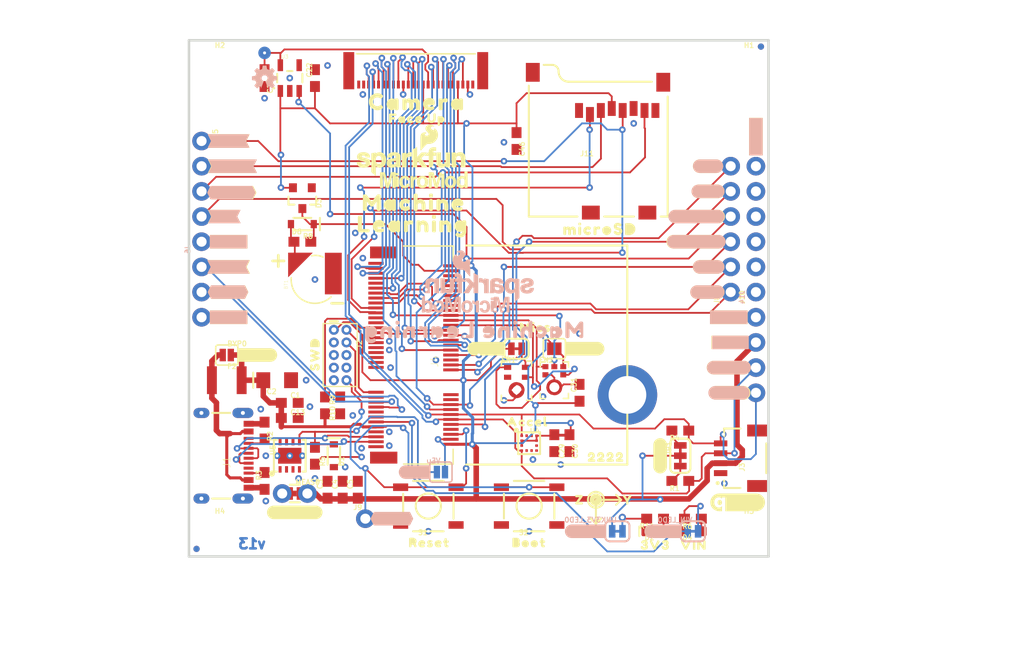
<source format=kicad_pcb>
(kicad_pcb (version 20211014) (generator pcbnew)
  (layers (0 "F.Cu" signal) (31 "B.Cu" signal) (34 "B.Paste" user) (35 "F.Paste" user) (36 "B.SilkS" user "B.Silkscreen") (37 "F.SilkS" user "F.Silkscreen") (38 "B.Mask" user) (39 "F.Mask" user) (44 "Edge.Cuts" user))
  (net 0 "")
  (net 1 "SPI_CIPO")
  (net 2 "SPI_SCK")
  (net 3 "SPI_COPI")
  (net 4 "GND")
  (net 5 "3.3V")
  (net 6 "USB_D-")
  (net 7 "USB_D+")
  (net 8 "N$10")
  (net 9 "N$11")
  (net 10 "V_USB")
  (net 11 "CAMERA_D1")
  (net 12 "CAMERA_D3")
  (net 13 "CAMERA_D4")
  (net 14 "CAMERA_D5")
  (net 15 "CAMERA_D6")
  (net 16 "CAMERA_D7")
  (net 17 "CAMERA_VSYNC")
  (net 18 "CAMERA_HSYNC")
  (net 19 "1.8V")
  (net 20 "CAMERA_D0")
  (net 21 "CAMERA_D2")
  (net 22 "CAMERA_INT")
  (net 23 "CAMERA_MCLK")
  (net 24 "N$14")
  (net 25 "I2C_SCL")
  (net 26 "I2C_SDA")
  (net 27 "N$2")
  (net 28 "N$3")
  (net 29 "I2C_~{INT}")
  (net 30 "TX1")
  (net 31 "RX1")
  (net 32 "RTC_3V")
  (net 33 "~{RESET}")
  (net 34 "SWDIO")
  (net 35 "SWDCK")
  (net 36 "VIN")
  (net 37 "VIN/3")
  (net 38 "VREG_3.3V")
  (net 39 "~{BOOT}")
  (net 40 "I2S_WS/PDM_DAT")
  (net 41 "I2S_SCK/PDM_CLK")
  (net 42 "N$4")
  (net 43 "N$5")
  (net 44 "I2S_SD/CAMERA_PCLK")
  (net 45 "A0")
  (net 46 "A1")
  (net 47 "PWM0")
  (net 48 "PWM1/CAM_VDD")
  (net 49 "D1/CAMERA_TRIG")
  (net 50 "3.3V_EN")
  (net 51 "N$6")
  (net 52 "N$7")
  (net 53 "D0/HEADER_~{CS}")
  (net 54 "N$1")
  (net 55 "N$8")
  (net 56 "N$12")
  (net 57 "SPI_~{CS}")
  (footprint "boardEagle:SOD-323" (layer "F.Cu") (at 133.8961 120.8786 -90)
    (fp_text reference "D1")
    (fp_text value "3.3V")
  )
  (footprint "boardEagle:#A1#4" (layer "F.Cu") (at 170.0911 101.8286)
    (fp_text reference "U$8" hide)
    (fp_text value "" hide)
  )
  (footprint "boardEagle:STAND-OFF" (layer "F.Cu") (at 175.1711 128.4986)
    (fp_text reference "H3")
    (fp_text value "STAND-OFF")
  )
  (footprint "boardEagle:LED-0603" (layer "F.Cu") (at 166.2811 128.4986 180)
    (fp_text reference "D2")
    (fp_text value "RED")
  )
  (footprint "boardEagle:SOT23-3" (layer "F.Cu") (at 130.7211 94.8436 180)
    (fp_text reference "D3")
    (fp_text value "BAS70-05")
  )
  (footprint "boardEagle:##CS##3" (layer "F.Cu") (at 121.1961 96.7486)
    (fp_text reference "U$35" hide)
    (fp_text value "" hide)
  )
  (footprint "boardEagle:#MEAS#2" (layer "F.Cu") (at 127.1651 126.5936)
    (fp_text reference "U$19" hide)
    (fp_text value "" hide)
  )
  (footprint "boardEagle:MACHINE0" (layer "F.Cu") (at 135.5471 95.3516)
    (fp_text reference "U$26" hide)
    (fp_text value "" hide)
  )
  (footprint "boardEagle:Z0" (layer "F.Cu") (at 157.5181 125.3236)
    (fp_text reference "U$52" hide)
    (fp_text value "" hide)
  )
  (footprint "boardEagle:SMT-JUMPER_2_NO_SILK" (layer "F.Cu") (at 123.1011 110.7186)
    (fp_text reference "BYP0")
    (fp_text value "JUMPER-SMT_2_NO_SILK")
  )
  (footprint "boardEagle:0603" (layer "F.Cu") (at 157.6451 119.6086 -90)
    (fp_text reference "C30")
    (fp_text value "0.1uF")
  )
  (footprint "boardEagle:JST04_1MM_RA" (layer "F.Cu") (at 172.8851 121.1326 90)
    (fp_text reference "J3")
    (fp_text value "QWIIC_RIGHT_ANGLE")
  )
  (footprint "boardEagle:#D0#1" (layer "F.Cu") (at 169.9641 94.2086)
    (fp_text reference "U$25" hide)
    (fp_text value "" hide)
  )
  (footprint "boardEagle:1X05_NO_SILK" (layer "F.Cu") (at 120.5611 89.1286 -90)
    (fp_text reference "J5")
    (fp_text value "SPI")
  )
  (footprint "boardEagle:#CIPO#2" (layer "F.Cu") (at 121.1961 94.3356)
    (fp_text reference "U$70" hide)
    (fp_text value "" hide)
  )
  (footprint "boardEagle:CREATIVE_COMMONS" (layer "F.Cu") (at 120.5611 141.1986)
    (fp_text reference "FRAME1" hide)
    (fp_text value "FRAME-LEDGER" hide)
  )
  (footprint "boardEagle:Y2" (layer "F.Cu") (at 162.3441 125.3236)
    (fp_text reference "U$48" hide)
    (fp_text value "" hide)
  )
  (footprint "boardEagle:0603" (layer "F.Cu") (at 131.9911 120.8786 -90)
    (fp_text reference "R5")
    (fp_text value "100k")
  )
  (footprint "boardEagle:FIDUCIAL-MICRO" (layer "F.Cu") (at 176.9491 79.6036)
    (fp_text reference "FD2" hide)
    (fp_text value "FIDUCIALUFIDUCIAL" hide)
  )
  (footprint "boardEagle:2X5-PTH-1.27MM" (layer "F.Cu") (at 134.5311 110.7186 -90)
    (fp_text reference "J2")
    (fp_text value "JTAG")
  )
  (footprint "boardEagle:0603" (layer "F.Cu") (at 168.8211 118.3386 180)
    (fp_text reference "R4")
    (fp_text value "2.2k")
  )
  (footprint "boardEagle:0603" (layer "F.Cu") (at 134.5311 115.7986 90)
    (fp_text reference "R9")
    (fp_text value "10k")
  )
  (footprint "boardEagle:UDFN-8" (layer "F.Cu") (at 129.4511 120.8786)
    (fp_text reference "U5")
    (fp_text value "AP7361C-33FGE")
  )
  (footprint "boardEagle:MICROMOD_LOGO_.35" (layer "F.Cu") (at 142.9131 93.0656)
    (fp_text reference "U$24" hide)
    (fp_text value "" hide)
  )
  (footprint "boardEagle:#GND#0" (layer "F.Cu") (at 171.4881 106.9086)
    (fp_text reference "U$15" hide)
    (fp_text value "" hide)
  )
  (footprint "boardEagle:1X01_NO_SILK" (layer "F.Cu") (at 137.0711 127.2286)
    (fp_text reference "J9")
    (fp_text value "")
  )
  (footprint "boardEagle:0603" (layer "F.Cu") (at 129.4511 117.0686)
    (fp_text reference "C13")
    (fp_text value "0.22uF")
  )
  (footprint "boardEagle:TACTILE_SWITCH_SMD_5.2MM" (layer "F.Cu") (at 143.4211 125.9586 180)
    (fp_text reference "S1")
    (fp_text value "Reset")
  )
  (footprint "boardEagle:0603" (layer "F.Cu") (at 166.2811 127.2286 180)
    (fp_text reference "R11")
    (fp_text value "1k")
  )
  (footprint "boardEagle:#GND#4" (layer "F.Cu") (at 121.0691 99.2886)
    (fp_text reference "U$73" hide)
    (fp_text value "" hide)
  )
  (footprint "boardEagle:COMBO-JUMPER_2_NC_TRACE" (layer "F.Cu") (at 129.9591 124.6886)
    (fp_text reference "MEAS0")
    (fp_text value "")
  )
  (footprint "boardEagle:0603" (layer "F.Cu") (at 168.8211 123.4186 180)
    (fp_text reference "R1")
    (fp_text value "2.2k")
  )
  (footprint "boardEagle:SOD-323" (layer "F.Cu") (at 130.7211 97.5106 180)
    (fp_text reference "D6")
    (fp_text value "3A/10V/280mV")
  )
  (footprint "boardEagle:#GND#4" (layer "F.Cu") (at 121.0691 106.9086)
    (fp_text reference "U$81" hide)
    (fp_text value "" hide)
  )
  (footprint "boardEagle:MICROSD0" (layer "F.Cu") (at 156.1211 98.0186)
    (fp_text reference "U$28" hide)
    (fp_text value "" hide)
  )
  (footprint "boardEagle:CAMERA0" (layer "F.Cu") (at 136.1821 85.1916)
    (fp_text reference "U$3" hide)
    (fp_text value "" hide)
  )
  (footprint "boardEagle:EIA3216" (layer "F.Cu") (at 128.1811 113.2586 180)
    (fp_text reference "C2")
    (fp_text value "10uF")
  )
  (footprint "boardEagle:LGA-12-LISDH12" (layer "F.Cu") (at 153.5811 119.6086)
    (fp_text reference "U4")
    (fp_text value "LIS2DH12")
  )
  (footprint "boardEagle:STAND-OFF" (layer "F.Cu") (at 175.1711 81.5086)
    (fp_text reference "H1")
    (fp_text value "STAND-OFF")
  )
  (footprint "boardEagle:0603" (layer "F.Cu") (at 152.3111 89.1286 -90)
    (fp_text reference "C46")
    (fp_text value "0.1uF")
  )
  (footprint "boardEagle:SMT-JUMPER_2_NC_TRACE_SILK" (layer "F.Cu") (at 152.3111 110.0836 180)
    (fp_text reference "EN1")
    (fp_text value "")
  )
  (footprint "boardEagle:1X06_NO_SILK" (layer "F.Cu") (at 176.4411 104.3686 90)
    (fp_text reference "J10")
    (fp_text value "")
  )
  (footprint "boardEagle:SMT-JUMPER_2_NO_SILK" (layer "F.Cu") (at 156.1211 110.0836 180)
    (fp_text reference "EN2")
    (fp_text value "")
  )
  (footprint "boardEagle:LED-0603" (layer "F.Cu") (at 170.0911 128.4986 180)
    (fp_text reference "D4")
    (fp_text value "Yellow")
  )
  (footprint "boardEagle:#I�C#0" (layer "F.Cu") (at 166.7891 122.6566 90)
    (fp_text reference "U$23" hide)
    (fp_text value "" hide)
  )
  (footprint "boardEagle:RESET6" (layer "F.Cu") (at 140.7541 129.6416)
    (fp_text reference "U$45" hide)
    (fp_text value "" hide)
  )
  (footprint "boardEagle:1210" (layer "F.Cu") (at 123.1011 113.2586)
    (fp_text reference "F2")
    (fp_text value "6V/2A")
  )
  (footprint "boardEagle:1X06_NO_SILK" (layer "F.Cu") (at 173.9011 104.3686 90)
    (fp_text reference "J8")
    (fp_text value "Dedicated")
  )
  (footprint "boardEagle:M.2-CONNECTOR-E" (layer "F.Cu") (at 143.4211 110.7186 -90)
    (fp_text reference "J4")
    (fp_text value "MICROMOD-2222-C")
  )
  (footprint "boardEagle:#TX1#5" (layer "F.Cu") (at 121.1961 101.8286)
    (fp_text reference "U$79" hide)
    (fp_text value "" hide)
  )
  (footprint "boardEagle:0603" (layer "F.Cu") (at 126.9111 118.3386 -90)
    (fp_text reference "R2")
    (fp_text value "5.1k")
  )
  (footprint "boardEagle:FACE_UP0" (layer "F.Cu") (at 138.7221 86.8426)
    (fp_text reference "U$22" hide)
    (fp_text value "" hide)
  )
  (footprint "boardEagle:#BYP#1" (layer "F.Cu") (at 123.8631 110.7186)
    (fp_text reference "U$33" hide)
    (fp_text value "" hide)
  )
  (footprint "boardEagle:0603" (layer "F.Cu") (at 158.6611 114.5286 90)
    (fp_text reference "C31")
    (fp_text value "0.1uF")
  )
  (footprint "boardEagle:STAND-OFF" (layer "F.Cu") (at 121.8311 81.5086)
    (fp_text reference "H2")
    (fp_text value "STAND-OFF")
  )
  (footprint "boardEagle:VIN8" (layer "F.Cu") (at 168.1861 129.8956)
    (fp_text reference "U$46" hide)
    (fp_text value "" hide)
  )
  (footprint "boardEagle:USB-C-16P-2LAYER-PADS" (layer "F.Cu") (at 125.6411 120.8786 -90)
    (fp_text reference "J1")
    (fp_text value "" hide)
  )
  (footprint "boardEagle:#EN1#3" (layer "F.Cu") (at 147.3581 110.0836)
    (fp_text reference "U$1" hide)
    (fp_text value "" hide)
  )
  (footprint "boardEagle:SPH0641LM4H-1_MICROPHONE" (layer "F.Cu") (at 152.3111 113.2586)
    (fp_text reference "E1")
    (fp_text value "SPH0641LM4H-1")
  )
  (footprint "boardEagle:0603" (layer "F.Cu") (at 133.2611 124.3076 90)
    (fp_text reference "C3")
    (fp_text value "1.0uF")
  )
  (footprint "boardEagle:0603" (layer "F.Cu") (at 126.9111 123.4186 90)
    (fp_text reference "R3")
    (fp_text value "5.1k")
  )
  (footprint "boardEagle:0603" (layer "F.Cu") (at 129.4511 115.5446)
    (fp_text reference "C1")
    (fp_text value "0.1uF")
  )
  (footprint "boardEagle:SMT-JUMPER_3_2-NC_TRACE_SILK" (layer "F.Cu") (at 168.8211 120.8786 90)
    (fp_text reference "JP1")
    (fp_text value "")
  )
  (footprint "boardEagle:0603" (layer "F.Cu") (at 130.7211 99.2886)
    (fp_text reference "R8")
    (fp_text value "3.3k")
  )
  (footprint "boardEagle:FIDUCIAL-MICRO" (layer "F.Cu") (at 120.0531 130.2766)
    (fp_text reference "FD1" hide)
    (fp_text value "FIDUCIALUFIDUCIAL" hide)
  )
  (footprint "boardEagle:X1" (layer "F.Cu") (at 159.1691 128.4986)
    (fp_text reference "U$47" hide)
    (fp_text value "" hide)
  )
  (footprint "boardEagle:0603" (layer "F.Cu") (at 133.0071 115.7986 -90)
    (fp_text reference "R10")
    (fp_text value "20k")
  )
  (footprint "boardEagle:MICRO-SD-SOCKET" (layer "F.Cu") (at 167.5511 96.7486)
    (fp_text reference "J11")
    (fp_text value "microSD")
  )
  (footprint "boardEagle:STAND-OFF-REFLOW-M2.5" (layer "F.Cu") (at 163.4911 114.7386)
    (fp_text reference "H5" hide)
    (fp_text value "STAND-OFF-REFLOW2.5MM_TALL" hide)
  )
  (footprint "boardEagle:#SDA#2" (layer "F.Cu") (at 171.4881 111.9886)
    (fp_text reference "U$50" hide)
    (fp_text value "" hide)
  )
  (footprint "boardEagle:3V37" (layer "F.Cu") (at 164.1221 129.8956)
    (fp_text reference "U$36" hide)
    (fp_text value "" hide)
  )
  (footprint "boardEagle:TACTILE_SWITCH_SMD_5.2MM" (layer "F.Cu") (at 153.5811 125.9586 180)
    (fp_text reference "S2")
    (fp_text value "BOOT")
  )
  (footprint "boardEagle:#3V3#1" (layer "F.Cu") (at 171.6151 109.4486)
    (fp_text reference "U$13" hide)
    (fp_text value "" hide)
  )
  (footprint "boardEagle:#SCL#3" (layer "F.Cu") (at 171.7421 114.5286)
    (fp_text reference "U$43" hide)
    (fp_text value "" hide)
  )
  (footprint "boardEagle:#EN2#4" (layer "F.Cu") (at 156.8831 110.0836)
    (fp_text reference "U$2" hide)
    (fp_text value "" hide)
  )
  (footprint "boardEagle:#PWM0#3" (layer "F.Cu") (at 167.4241 99.2886)
    (fp_text reference "U$32" hide)
    (fp_text value "" hide)
  )
  (footprint "boardEagle:22223" (layer "F.Cu") (at 158.7881 121.0056)
    (fp_text reference "U$38" hide)
    (fp_text value "" hide)
  )
  (footprint "boardEagle:#GND#0" (layer "F.Cu") (at 176.4411 90.9066 90)
    (fp_text reference "U$11" hide)
    (fp_text value "" hide)
  )
  (footprint "boardEagle:#COPI#1" (layer "F.Cu") (at 121.1961 91.6686)
    (fp_text reference "U$71" hide)
    (fp_text value "" hide)
  )
  (footprint "boardEagle:ICS-43434" (layer "F.Cu") (at 156.1211 113.2586 -90)
    (fp_text reference "E2" hide)
    (fp_text value "ICS-43434" hide)
  )
  (footprint "boardEagle:STAND-OFF" (layer "F.Cu") (at 121.8311 128.4986)
    (fp_text reference "H4")
    (fp_text value "STAND-OFF")
  )
  (footprint "boardEagle:SFE_LOGO_NAME_FLAME_.1" (layer "F.Cu") (at 141.7701 91.1606)
    (fp_text reference "LOGO1" hide)
    (fp_text value "SFE_LOGO_NAME_FLAME.1_INCH" hide)
  )
  (footprint "boardEagle:0603" (layer "F.Cu") (at 156.1211 119.6086 -90)
    (fp_text reference "C29")
    (fp_text value "1.0uF")
  )
  (footprint "boardEagle:0603" (layer "F.Cu") (at 126.9111 82.7786 -90)
    (fp_text reference "C23")
    (fp_text value "0.1uF")
  )
  (footprint "boardEagle:FPC05024-42201" (layer "F.Cu") (at 142.1511 83.0326 180)
    (fp_text reference "J7")
    (fp_text value "CAMERA-HIMAXFACEUP")
  )
  (footprint "boardEagle:0603" (layer "F.Cu") (at 136.3091 124.3076 90)
    (fp_text reference "C5")
    (fp_text value "0.22uF")
  )
  (footprint "boardEagle:SOT23-5" (layer "F.Cu") (at 129.4511 82.7786)
    (fp_text reference "U3")
    (fp_text value "AP2127K-1.8V")
  )
  (footprint "boardEagle:0603" (layer "F.Cu") (at 134.7851 124.3076 90)
    (fp_text reference "C4")
    (fp_text value "0.1uF")
  )
  (footprint "boardEagle:#D1#0" (layer "F.Cu") (at 170.0911 91.6686)
    (fp_text reference "U$29" hide)
    (fp_text value "" hide)
  )
  (footprint "boardEagle:0603" (layer "F.Cu") (at 170.0911 127.2286 180)
    (fp_text reference "R6")
    (fp_text value "4.7k")
  )
  (footprint "boardEagle:#A0#5" (layer "F.Cu") (at 169.8371 104.3686)
    (fp_text reference "U$6" hide)
    (fp_text value "" hide)
  )
  (footprint "boardEagle:#RX1#6" (layer "F.Cu") (at 121.1961 104.3686)
    (fp_text reference "U$75" hide)
    (fp_text value "" hide)
  )
  (footprint "boardEagle:LEARNING1" (layer "F.Cu") (at 135.0391 97.5106)
    (fp_text reference "U$27" hide)
    (fp_text value "" hide)
  )
  (footprint "boardEagle:BOOT5" (layer "F.Cu") (at 151.1681 129.6416)
    (fp_text reference "U$40" hide)
    (fp_text value "" hide)
  )
  (footprint "boardEagle:#SCK#0" (layer "F.Cu") (at 121.1961 89.1286)
    (fp_text reference "U$77" hide)
    (fp_text value "" hide)
  )
  (footprint "boardEagle:ML414H_IV01E" (layer "F.Cu") (at 131.9911 103.0986 90)
    (fp_text reference "BT1")
    (fp_text value "ML414H")
  )
  (footprint "boardEagle:ACCEL4" (layer "F.Cu") (at 150.6601 117.4496)
    (fp_text reference "U$39" hide)
    (fp_text value "" hide)
  )
  (footprint "boardEagle:SWD0" (layer "F.Cu") (at 131.9911 113.0046 90)
    (fp_text reference "U$21" hide)
    (fp_text value "" hide)
  )
  (footprint "boardEagle:MICS0" (layer "F.Cu") (at 151.9301 107.9246)
    (fp_text reference "U$5" hide)
    (fp_text value "" hide)
  )
  (footprint "boardEagle:#PWM1#2" (layer "F.Cu") (at 167.6781 96.7486)
    (fp_text reference "U$42" hide)
    (fp_text value "" hide)
  )
  (footprint "boardEagle:0603" (layer "F.Cu") (at 131.9911 82.7786 90)
    (fp_text reference "C22")
    (fp_text value "1.0uF")
  )
  (footprint "boardEagle:QWIIC_5.5MM" (layer "F.Cu") (at 174.5996 125.5776)
    (fp_text reference "LOGO2" hide)
    (fp_text value "QWIIC_LOGO_CONNECTOR" hide)
  )
  (footprint "boardEagle:SMT-JUMPER_2_NC_TRACE_SILK" (layer "B.Cu") (at 170.0911 128.4986 180)
    (fp_text reference "VIN_LED0")
    (fp_text value "")
  )
  (footprint "boardEagle:#SDA#2" (layer "B.Cu") (at 175.9331 111.9886 180)
    (fp_text reference "U$51" hide)
    (fp_text value "" hide)
  )
  (footprint "boardEagle:#SCL#3" (layer "B.Cu") (at 175.8061 114.5286 180)
    (fp_text reference "U$44" hide)
    (fp_text value "" hide)
  )
  (footprint "boardEagle:#VIN#1" (layer "B.Cu") (at 169.2021 128.4986 180)
    (fp_text reference "U$20" hide)
    (fp_text value "" hide)
  )
  (footprint "boardEagle:#A0#5" (layer "B.Cu") (at 173.2661 104.3686 180)
    (fp_text reference "U$7" hide)
    (fp_text value "" hide)
  )
  (footprint "boardEagle:#GND#0" (layer "B.Cu") (at 175.9331 106.9086 180)
    (fp_text reference "U$16" hide)
    (fp_text value "" hide)
  )
  (footprint "boardEagle:#3V3#1" (layer "B.Cu") (at 176.0601 109.4486 180)
    (fp_text reference "U$14" hide)
    (fp_text value "" hide)
  )
  (footprint "boardEagle:FIDUCIAL-MICRO" (layer "B.Cu") (at 176.9491 79.6036 180)
    (fp_text reference "FD4" hide)
    (fp_text value "FIDUCIALUFIDUCIAL" hide)
  )
  (footprint "boardEagle:#VE#0" (layer "B.Cu") (at 143.9291 122.5296 180)
    (fp_text reference "U$18" hide)
    (fp_text value "" hide)
  )
  (footprint "boardEagle:#SCK#0" (layer "B.Cu") (at 125.3871 89.1286 180)
    (fp_text reference "U$78" hide)
    (fp_text value "" hide)
  )
  (footprint "boardEagle:OSHW-LOGO-MINI" (layer "B.Cu") (at 126.9111 82.7786 180)
    (fp_text reference "LOGO3" hide)
    (fp_text value "OSHW-LOGOMINI" hide)
  )
  (footprint "boardEagle:#RST#1" (layer "B.Cu") (at 141.8971 127.2286 180)
    (fp_text reference "U$17" hide)
    (fp_text value "" hide)
  )
  (footprint "boardEagle:FIDUCIAL-MICRO" (layer "B.Cu") (at 120.0531 130.2766 180)
    (fp_text reference "FD3" hide)
    (fp_text value "FIDUCIALUFIDUCIAL" hide)
  )
  (footprint "boardEagle:1X04_NO_SILK" (layer "B.Cu") (at 176.4411 106.9086 -90)
    (fp_text reference "J14")
    (fp_text value "")
  )
  (footprint "boardEagle:#GND#4" (layer "B.Cu") (at 125.5141 99.2886 180)
    (fp_text reference "U$74" hide)
    (fp_text value "" hide)
  )
  (footprint "boardEagle:LEARNING1" (layer "B.Cu") (at 149.2631 108.1786 180)
    (fp_text reference "U$30" hide)
    (fp_text value "" hide)
  )
  (footprint "boardEagle:#D1#0" (layer "B.Cu") (at 173.1391 91.6686 180)
    (fp_text reference "U$31" hide)
    (fp_text value "" hide)
  )
  (footprint "boardEagle:SMT-JUMPER_2_NC_TRACE_SILK" (layer "B.Cu") (at 162.4711 128.4986 180)
    (fp_text reference "UNK3V3_LED0")
    (fp_text value "")
  )
  (footprint "boardEagle:#CIPO#2" (layer "B.Cu") (at 126.0221 94.3356 180)
    (fp_text reference "U$69" hide)
    (fp_text value "" hide)
  )
  (footprint "boardEagle:#RX1#6" (layer "B.Cu") (at 125.2601 104.3686 180)
    (fp_text reference "U$76" hide)
    (fp_text value "" hide)
  )
  (footprint "boardEagle:SFE_LOGO_NAME_FLAME_.1" (layer "B.Cu") (at 148.5011 103.8606 180)
    (fp_text reference "LOGO4" hide)
    (fp_text value "SFE_LOGO_NAME_FLAME.1_INCH" hide)
  )
  (footprint "boardEagle:#A1#4" (layer "B.Cu") (at 173.2661 101.8286 180)
    (fp_text reference "U$9" hide)
    (fp_text value "" hide)
  )
  (footprint "boardEagle:#GND#4" (layer "B.Cu") (at 125.5141 106.9086 180)
    (fp_text reference "U$82" hide)
    (fp_text value "" hide)
  )
  (footprint "boardEagle:#PWM1#2" (layer "B.Cu") (at 173.2661 96.7486 180)
    (fp_text reference "U$49" hide)
    (fp_text value "" hide)
  )
  (footprint "boardEagle:#TX1#5" (layer "B.Cu") (at 125.3871 101.8286 180)
    (fp_text reference "U$80" hide)
    (fp_text value "" hide)
  )
  (footprint "boardEagle:##CS##3" (layer "B.Cu") (at 124.4981 96.7486 180)
    (fp_text reference "U$68" hide)
    (fp_text value "" hide)
  )
  (footprint "boardEagle:#3V3#0" (layer "B.Cu") (at 161.5821 128.4986 180)
    (fp_text reference "U$4" hide)
    (fp_text value "" hide)
  )
  (footprint "boardEagle:#PWM0#3" (layer "B.Cu") (at 173.3931 99.2886 180)
    (fp_text reference "U$41" hide)
    (fp_text value "" hide)
  )
  (footprint "boardEagle:#D0#1" (layer "B.Cu") (at 173.2661 94.2086 180)
    (fp_text reference "U$10" hide)
    (fp_text value "" hide)
  )
  (footprint "boardEagle:MACHINE0" (layer "B.Cu") (at 160.3121 108.1786 180)
    (fp_text reference "U$37" hide)
    (fp_text value "" hide)
  )
  (footprint "boardEagle:MICROMOD_LOGO_.35" (layer "B.Cu") (at 147.2311 105.6386 180)
    (fp_text reference "U$34" hide)
    (fp_text value "" hide)
  )
  (footprint "boardEagle:1X03_NO_SILK" (layer "B.Cu") (at 120.5611 101.8286 -90)
    (fp_text reference "J6")
    (fp_text value "UART")
  )
  (footprint "boardEagle:#GND#0" (layer "B.Cu") (at 176.4411 86.4616 -90)
    (fp_text reference "U$12" hide)
    (fp_text value "" hide)
  )
  (footprint "boardEagle:SMT-JUMPER_2_NO_SILK" (layer "B.Cu") (at 144.6911 122.5296 180)
    (fp_text reference "VE0")
    (fp_text value "")
  )
  (footprint "boardEagle:#COPI#1" (layer "B.Cu") (at 126.1491 91.6686 180)
    (fp_text reference "U$72" hide)
    (fp_text value "" hide)
  )
  (footprint "boardEagle:PAD.03X.05" (layer "B.Cu") (at 126.9111 80.2386 180)
    (fp_text reference "TP7" hide)
    (fp_text value "TEST-POINT3X5" hide)
  )
  (gr_line (start 160.3121 127.7366) (end 159.8041 127.2286) (layer "F.SilkS") (width 0.2032))
  (gr_line (start 162.8521 125.3236) (end 162.3441 125.8316) (layer "F.SilkS") (width 0.2032))
  (gr_circle (center 160.3121 125.3236) (end 161.115315 125.3236) (layer "F.SilkS") (width 0.2032) (fill none))
  (gr_line (start 163.4761 121.7676) (end 147.2311 121.7676) (layer "F.SilkS") (width 0.2032))
  (gr_line (start 160.3121 125.3236) (end 162.8521 125.3236) (layer "F.SilkS") (width 0.2032))
  (gr_line (start 160.3121 125.3236) (end 160.3121 127.7366) (layer "F.SilkS") (width 0.2032))
  (gr_line (start 147.2311 99.6696) (end 163.4761 99.6696) (layer "F.SilkS") (width 0.2032))
  (gr_line (start 163.4761 99.6696) (end 163.4761 121.7676) (layer "F.SilkS") (width 0.2032))
  (gr_line (start 160.3121 127.7366) (end 160.8201 127.2286) (layer "F.SilkS") (width 0.2032))
  (gr_circle (center 160.3121 125.3236) (end 160.4391 125.3236) (layer "F.SilkS") (width 0.508) (fill none))
  (gr_line (start 162.8521 125.3236) (end 162.3441 124.8156) (layer "F.SilkS") (width 0.2032))
  (gr_line (start 119.2911 78.9686) (end 177.7111 78.9686) (layer "Edge.Cuts") (width 0.254))
  (gr_line (start 119.2911 131.0386) (end 119.2911 78.9686) (layer "Edge.Cuts") (width 0.254))
  (gr_line (start 177.7111 131.0386) (end 119.2911 131.0386) (layer "Edge.Cuts") (width 0.254))
  (gr_line (start 177.7111 78.9686) (end 177.7111 131.0386) (layer "Edge.Cuts") (width 0.254))
  (gr_text "v13" (at 125.6411 129.7686) (layer "B.Cu") (effects (font (size 1.016 1.016) (thickness 0.254)) (justify mirror)))
  (gr_text "+" (at 129.0701 102.3366 90) (layer "F.SilkS") (effects (font (size 1.5113 1.5113) (thickness 0.2667)) (justify left bottom)))
  (gr_text "-" (at 133.1341 106.2736) (layer "F.SilkS") (effects (font (size 1.5113 1.5113) (thickness 0.2667)) (justify left bottom)))
  (segment (start 165.2651 87.8586) (end 165.2111 87.8046) (width 0.1778) (layer "F.Cu") (net 1))
  (segment (start 138.1461 104.9686) (end 140.4081 104.9686) (width 0.1778) (layer "F.Cu") (net 1))
  (segment (start 120.5611 94.2086) (end 122.031175 92.738525) (width 0.1778) (layer "F.Cu") (net 1))
  (segment (start 163.74705 92.29765) (end 165.2651 90.7796) (width 0.1778) (layer "F.Cu") (net 1))
  (segment (start 144.58225 92.29765) (end 144.8816 92.29765) (width 0.1778) (layer "F.Cu") (net 1))
  (segment (start 140.4081 104.9686) (end 141.2621 104.1146) (width 0.1778) (layer "F.Cu") (net 1))
  (segment (start 165.2111 86.0486) (end 165.2111 87.8046) (width 0.1778) (layer "F.Cu") (net 1))
  (segment (start 141.2621 104.1146) (end 143.2052 104.1146) (width 0.1778) (layer "F.Cu") (net 1))
  (segment (start 165.2651 90.7796) (end 165.2651 87.8586) (width 0.1778) (layer "F.Cu") (net 1))
  (segment (start 144.8816 92.29765) (end 163.74705 92.29765) (width 0.1778) (layer "F.Cu") (net 1))
  (segment (start 122.031175 92.738525) (end 144.141375 92.738525) (width 0.1778) (layer "F.Cu") (net 1))
  (segment (start 144.141375 92.738525) (end 144.58225 92.29765) (width 0.1778) (layer "F.Cu") (net 1))
  (via (at 143.2052 104.1146) (size 0.6604) (drill 0.3048) (layers "F.Cu" "B.Cu") (net 1))
  (via (at 144.8816 92.29765) (size 0.6604) (drill 0.3048) (layers "F.Cu" "B.Cu") (net 1))
  (segment (start 144.8816 92.29765) (end 145.1229 92.53895) (width 0.1778) (layer "B.Cu") (net 1))
  (segment (start 145.1229 102.1969) (end 143.2052 104.1146) (width 0.1778) (layer "B.Cu") (net 1))
  (segment (start 145.1229 92.53895) (end 145.1229 102.1969) (width 0.1778) (layer "B.Cu") (net 1))
  (segment (start 147.2616 96.139) (end 151.5288 100.4062) (width 0.1778) (layer "F.Cu") (net 2))
  (segment (start 163.0111 87.9536) (end 162.9791 87.9856) (width 0.1778) (layer "F.Cu") (net 2))
  (segment (start 126.267068 89.1286) (end 128.299068 91.1606) (width 0.1778) (layer "F.Cu") (net 2))
  (segment (start 136.6391 105.9686) (end 135.691 105.0205) (width 0.1778) (layer "F.Cu") (net 2))
  (segment (start 163.0111 86.0486) (end 163.0111 87.9536) (width 0.1778) (layer "F.Cu") (net 2))
  (segment (start 137.5791 95.8977) (end 137.8204 96.139) (width 0.1778) (layer "F.Cu") (net 2))
  (segment (start 137.8204 96.139) (end 147.2616 96.139) (width 0.1778) (layer "F.Cu") (net 2))
  (segment (start 152.9664 100.4062) (end 152.9834 100.3892) (width 0.1778) (layer "F.Cu") (net 2))
  (segment (start 135.691 101.0497) (end 137.9601 98.7806) (width 0.1778) (layer "F.Cu") (net 2))
  (segment (start 151.5288 100.4062) (end 152.9664 100.4062) (width 0.1778) (layer "F.Cu") (net 2))
  (segment (start 152.9834 100.3892) (end 162.9791 100.3892) (width 0.1778) (layer "F.Cu") (net 2))
  (segment (start 120.5611 89.1286) (end 126.267068 89.1286) (width 0.1778) (layer "F.Cu") (net 2))
  (segment (start 138.1461 105.9686) (end 136.6391 105.9686) (width 0.1778) (layer "F.Cu") (net 2))
  (segment (start 135.691 105.0205) (end 135.691 101.0497) (width 0.1778) (layer "F.Cu") (net 2))
  (segment (start 128.299068 91.1606) (end 151.0411 91.1606) (width 0.1778) (layer "F.Cu") (net 2))
  (via (at 137.9601 98.7806) (size 0.6604) (drill 0.3048) (layers "F.Cu" "B.Cu") (net 2))
  (via (at 162.9791 100.3892) (size 0.6604) (drill 0.3048) (layers "F.Cu" "B.Cu") (net 2))
  (via (at 137.5791 95.8977) (size 0.6604) (drill 0.3048) (layers "F.Cu" "B.Cu") (net 2))
  (via (at 151.0411 91.1606) (size 0.6604) (drill 0.3048) (layers "F.Cu" "B.Cu") (net 2))
  (via (at 162.9791 87.9856) (size 0.6604) (drill 0.3048) (layers "F.Cu" "B.Cu") (net 2))
  (segment (start 155.096068 91.1606) (end 158.906068 87.3506) (width 0.1778) (layer "B.Cu") (net 2))
  (segment (start 137.9601 96.2787) (end 137.9601 98.7806) (width 0.1778) (layer "B.Cu") (net 2))
  (segment (start 158.906068 87.3506) (end 160.829131 87.3506) (width 0.1778) (layer "B.Cu") (net 2))
  (segment (start 162.9791 100.3892) (end 162.9791 87.9856) (width 0.1778) (layer "B.Cu") (net 2))
  (segment (start 161.464131 87.9856) (end 162.9791 87.9856) (width 0.1778) (layer "B.Cu") (net 2))
  (segment (start 137.9601 96.2787) (end 137.5791 95.8977) (width 0.1778) (layer "B.Cu") (net 2))
  (segment (start 160.829131 87.3506) (end 161.464131 87.9856) (width 0.1778) (layer "B.Cu") (net 2))
  (segment (start 155.096068 91.1606) (end 151.0411 91.1606) (width 0.1778) (layer "B.Cu") (net 2))
  (segment (start 160.8201 90.9066) (end 160.8201 86.0576) (width 0.1778) (layer "F.Cu") (net 3))
  (segment (start 142.3792 104.81525) (end 142.72045 104.81525) (width 0.1778) (layer "F.Cu") (net 3))
  (segment (start 120.5611 91.6686) (end 143.8402 91.6686) (width 0.1778) (layer "F.Cu") (net 3))
  (segment (start 140.411 105.4686) (end 141.19555 104.68405) (width 0.1778) (layer "F.Cu") (net 3))
  (segment (start 142.248 104.68405) (end 142.3792 104.81525) (width 0.1778) (layer "F.Cu") (net 3))
  (segment (start 141.19555 104.68405) (end 142.248 104.68405) (width 0.1778) (layer "F.Cu") (net 3))
  (segment (start 143.8402 91.6686) (end 150.70495 91.6686) (width 0.1778) (layer "F.Cu") (net 3))
  (segment (start 150.70495 91.6686) (end 150.79385 91.7575) (width 0.1778) (layer "F.Cu") (net 3))
  (segment (start 143.9291 91.7575) (end 143.8402 91.6686) (width 0.1778) (layer "F.Cu") (net 3))
  (segment (start 138.1461 105.4686) (end 140.411 105.4686) (width 0.1778) (layer "F.Cu") (net 3))
  (segment (start 159.9692 91.7575) (end 160.8201 90.9066) (width 0.1778) (layer "F.Cu") (net 3))
  (segment (start 160.8111 86.0486) (end 160.8201 86.0576) (width 0.1778) (layer "F.Cu") (net 3))
  (segment (start 150.79385 91.7575) (end 159.9692 91.7575) (width 0.1778) (layer "F.Cu") (net 3))
  (via (at 142.72045 104.81525) (size 0.6604) (drill 0.3048) (layers "F.Cu" "B.Cu") (net 3))
  (via (at 143.9291 91.7575) (size 0.6604) (drill 0.3048) (layers "F.Cu" "B.Cu") (net 3))
  (segment (start 142.72045 104.81525) (end 142.72045 104.474) (width 0.1778) (layer "B.Cu") (net 3))
  (segment (start 144.7673 93.0275) (end 144.2847 92.5449) (width 0.1778) (layer "B.Cu") (net 3))
  (segment (start 142.6083 103.812144) (end 144.7673 101.653144) (width 0.1778) (layer "B.Cu") (net 3))
  (segment (start 142.6083 104.36185) (end 142.6083 103.812144) (width 0.1778) (layer "B.Cu") (net 3))
  (segment (start 142.72045 104.474) (end 142.6083 104.36185) (width 0.1778) (layer "B.Cu") (net 3))
  (segment (start 144.7673 101.653144) (end 144.7673 93.0275) (width 0.1778) (layer "B.Cu") (net 3))
  (segment (start 144.2847 92.5449) (end 144.2847 92.1131) (width 0.1778) (layer "B.Cu") (net 3))
  (segment (start 144.2847 92.1131) (end 143.9291 91.7575) (width 0.1778) (layer "B.Cu") (net 3))
  (segment (start 157.0611 113.6786) (end 158.6611 113.6786) (width 0.1778) (layer "F.Cu") (net 4))
  (segment (start 125.3011 124.1036) (end 126.7461 124.1036) (width 0.5588) (layer "F.Cu") (net 4))
  (segment (start 152.9611 114.2586) (end 151.9291 115.2906) (width 0.1778) (layer "F.Cu") (net 4))
  (segment (start 126.7461 117.6536) (end 126.9111 117.4886) (width 0.5588) (layer "F.Cu") (net 4))
  (segment (start 155.4711 113.9686) (end 156.1211 113.3186) (width 0.1778) (layer "F.Cu") (net 4))
  (segment (start 156.7711 113.9686) (end 156.1211 114.6186) (width 0.1778) (layer "F.Cu") (net 4))
  (segment (start 152.3111 114.9086) (end 151.6611 114.2586) (width 0.1778) (layer "F.Cu") (net 4))
  (segment (start 155.8331 112.7166) (end 155.2211 112.7166) (width 0.1778) (layer "F.Cu") (net 4))
  (segment (start 152.3111 110.9726) (end 152.3571 111.0186) (width 0.1778) (layer "F.Cu") (net 4))
  (segment (start 152.3111 113.6086) (end 151.6611 114.2586) (width 0.1778) (layer "F.Cu") (net 4))
  (segment (start 152.9611 114.2586) (end 152.3111 114.9086) (width 0.1778) (layer "F.Cu") (net 4))
  (segment (start 125.3011 117.6536) (end 126.7461 117.6536) (width 0.5588) (layer "F.Cu") (net 4))
  (segment (start 126.7461 124.1036) (end 126.9111 124.2686) (width 0.5588) (layer "F.Cu") (net 4))
  (segment (start 147.4011 83.4326) (end 147.4011 84.2186) (width 0.1778) (layer "F.Cu") (net 4))
  (segment (start 151.9291 115.2906) (end 151.0411 115.2906) (width 0.1778) (layer "F.Cu") (net 4))
  (segment (start 156.1211 113.3186) (end 156.7711 113.9686) (width 0.1778) (layer "F.Cu") (net 4))
  (segment (start 140.9011 83.4326) (end 140.9011 84.4096) (width 0.1778) (layer "F.Cu") (net 4))
  (segment (start 156.7711 113.9686) (end 157.0611 113.6786) (width 0.1778) (layer "F.Cu") (net 4))
  (segment (start 147.4011 84.2186) (end 147.6121 84.4296) (width 0.1778) (layer "F.Cu") (net 4))
  (segment (start 156.1211 113.3186) (end 156.1211 113.0046) (width 0.1778) (layer "F.Cu") (net 4))
  (segment (start 156.1211 114.6186) (end 155.4711 113.9686) (width 0.1778) (layer "F.Cu") (net 4))
  (segment (start 156.1211 113.0046) (end 155.8331 112.7166) (width 0.1778) (layer "F.Cu") (net 4))
  (segment (start 140.9011 84.4096) (end 140.8811 84.4296) (width 0.1778) (layer "F.Cu") (net 4))
  (via (at 144.1831 111.2266) (size 0.6604) (drill 0.3048) (layers "F.Cu" "B.Cu") (net 4))
  (via (at 130.3401 123.1646) (size 0.6604) (drill 0.3048) (layers "F.Cu" "B.Cu") (net 4))
  (via (at 139.4841 109.3216) (size 0.6604) (drill 0.3048) (layers "F.Cu" "B.Cu") (net 4))
  (via (at 131.9911 123.1646) (size 0.6604) (drill 0.3048) (layers "F.Cu" "B.Cu") (net 4))
  (via (at 139.4841 118.4656) (size 0.6604) (drill 0.3048) (layers "F.Cu" "B.Cu") (net 4))
  (via (at 156.1211 108.4326) (size 0.6604) (drill 0.3048) (layers "F.Cu" "B.Cu") (net 4))
  (via (at 173.2661 123.6726) (size 0.6604) (drill 0.3048) (layers "F.Cu" "B.Cu") (net 4))
  (via (at 139.6111 111.9886) (size 0.6604) (drill 0.3048) (layers "F.Cu" "B.Cu") (net 4))
  (via (at 131.1021 113.2586) (size 0.6604) (drill 0.3048) (layers "F.Cu" "B.Cu") (net 4))
  (via (at 136.8171 100.9396) (size 0.6604) (drill 0.3048) (layers "F.Cu" "B.Cu") (net 4))
  (via (at 156.7561 121.7676) (size 0.6604) (drill 0.3048) (layers "F.Cu" "B.Cu") (net 4))
  (via (at 151.0411 115.2906) (size 0.6604) (drill 0.3048) (layers "F.Cu" "B.Cu") (net 4))
  (via (at 154.9781 114.9096) (size 0.6604) (drill 0.3048) (layers "F.Cu" "B.Cu") (net 4))
  (via (at 126.9111 84.8106) (size 0.6604) (drill 0.3048) (layers "F.Cu" "B.Cu") (net 4))
  (via (at 136.8171 84.4296) (size 0.6604) (drill 0.3048) (layers "F.Cu" "B.Cu") (net 4))
  (via (at 127.0381 120.8786) (size 0.6604) (drill 0.3048) (layers "F.Cu" "B.Cu") (net 4))
  (via (at 131.9911 103.0986) (size 0.6604) (drill 0.3048) (layers "F.Cu" "B.Cu") (net 4))
  (via (at 153.9621 121.2596) (size 0.6604) (drill 0.3048) (layers "F.Cu" "B.Cu") (net 4))
  (via (at 151.0411 89.2556) (size 0.6604) (drill 0.3048) (layers "F.Cu" "B.Cu") (net 4))
  (via (at 147.6121 84.4296) (size 0.6604) (drill 0.3048) (layers "F.Cu" "B.Cu") (net 4))
  (via (at 135.0391 122.0216) (size 0.6604) (drill 0.3048) (layers "F.Cu" "B.Cu") (net 4))
  (via (at 130.7211 120.8786) (size 0.6604) (drill 0.3048) (layers "F.Cu" "B.Cu") (net 4))
  (via (at 164.1221 87.3506) (size 0.6604) (drill 0.3048) (layers "F.Cu" "B.Cu") (net 4))
  (via (at 136.6901 120.1166) (size 0.6604) (drill 0.3048) (layers "F.Cu" "B.Cu") (net 4))
  (via (at 131.4831 115.9256) (size 0.6604) (drill 0.3048) (layers "F.Cu" "B.Cu") (net 4))
  (via (at 139.4841 110.2106) (size 0.6604) (drill 0.3048) (layers "F.Cu" "B.Cu") (net 4))
  (via (at 129.4511 82.7786) (size 0.6604) (drill 0.3048) (layers "F.Cu" "B.Cu") (net 4))
  (via (at 129.4511 120.8786) (size 0.6604) (drill 0.3048) (layers "F.Cu" "B.Cu") (net 4))
  (via (at 153.5811 128.4986) (size 0.6604) (drill 0.3048) (layers "F.Cu" "B.Cu") (net 4))
  (via (at 128.1811 120.8786) (size 0.6604) (drill 0.3048) (layers "F.Cu" "B.Cu") (net 4))
  (via (at 140.8811 84.4296) (size 0.6604) (drill 0.3048) (layers "F.Cu" "B.Cu") (net 4))
  (via (at 133.2611 81.5086) (size 0.6604) (drill 0.3048) (layers "F.Cu" "B.Cu") (net 4))
  (via (at 139.4841 119.8626) (size 0.6604) (drill 0.3048) (layers "F.Cu" "B.Cu") (net 4))
  (via (at 136.0551 98.3996) (size 0.6604) (drill 0.3048) (layers "F.Cu" "B.Cu") (net 4))
  (via (at 127.0381 125.4506) (size 0.6604) (drill 0.3048) (layers "F.Cu" "B.Cu") (net 4))
  (via (at 126.5301 116.1796) (size 0.6604) (drill 0.3048) (layers "F.Cu" "B.Cu") (net 4))
  (via (at 135.8011 116.8146) (size 0.6604) (drill 0.3048) (layers "F.Cu" "B.Cu") (net 4))
  (via (at 158.6611 108.5596) (size 0.6604) (drill 0.3048) (layers "F.Cu" "B.Cu") (net 4))
  (via (at 143.4211 128.4986) (size 0.6604) (drill 0.3048) (layers "F.Cu" "B.Cu") (net 4))
  (segment (start 171.5262 122.1486) (end 172.0422 121.6326) (width 0.5588) (layer "F.Cu") (net 5))
  (segment (start 152.3111 85.3186) (end 152.3111 87.3506) (width 0.1778) (layer "F.Cu") (net 5))
  (segment (start 158.6611 115.3786) (end 158.4697 115.57) (width 0.1778) (layer "F.Cu") (net 5))
  (segment (start 174.5361 111.3536) (end 176.4411 109.4486) (width 0.5588) (layer "F.Cu") (net 5))
  (segment (start 156.1211 118.7586) (end 156.0211 118.8586) (width 0.1778) (layer "F.Cu") (net 5))
  (segment (start 129.7711 93.8436) (end 128.5781 93.8436) (width 0.1778) (layer "F.Cu") (net 5))
  (segment (start 147.7221 101.7186) (end 147.7391 101.7016) (width 0.1778) (layer "F.Cu") (net 5))
  (segment (start 150.9141 110.0836) (end 149.733 111.2647) (width 0.1778) (layer "F.Cu") (net 5))
  (segment (start 152.8311 119.3586) (end 154.3311 119.3586) (width 0.1778) (layer "F.Cu") (net 5))
  (segment (start 148.2471 125.2347) (end 166.7891 125.2347) (width 0.5588) (layer "F.Cu") (net 5))
  (segment (start 137.5791 113.2586) (end 146.9517 113.2586) (width 0.1778) (layer "F.Cu") (net 5))
  (segment (start 174.5361 119.765044) (end 174.5361 111.3536) (width 0.5588) (layer "F.Cu") (net 5))
  (segment (start 142.9011 87.3386) (end 142.9131 87.3506) (width 0.1778) (layer "F.Cu") (net 5))
  (segment (start 142.9131 87.3506) (end 146.3421 87.3506) (width 0.1778) (layer "F.Cu") (net 5))
  (segment (start 175.0695 120.298444) (end 174.5361 119.765044) (width 0.5588) (layer "F.Cu") (net 5))
  (segment (start 133.5151 87.3506) (end 142.9131 87.3506) (width 0.1778) (layer "F.Cu") (net 5))
  (segment (start 136.3091 125.2347) (end 148.2471 125.2347) (width 0.5588) (layer "F.Cu") (net 5))
  (segment (start 145.6961 101.7186) (end 147.7221 101.7186) (width 0.1778) (layer "F.Cu") (net 5))
  (segment (start 153.3271 84.3026) (end 152.3111 85.3186) (width 0.1778) (layer "F.Cu") (net 5))
  (segment (start 161.9111 85.8486) (end 161.9111 84.6316) (width 0.1778) (layer "F.Cu") (net 5))
  (segment (start 161.9111 84.6316) (end 161.5821 84.3026) (width 0.1778) (layer "F.Cu") (net 5))
  (segment (start 157.7721 117.5766) (end 157.7721 118.8586) (width 0.1778) (layer "F.Cu") (net 5))
  (segment (start 175.0695 120.950757) (end 175.0695 120.298444) (width 0.5588) (layer "F.Cu") (net 5))
  (segment (start 131.9911 85.8266) (end 128.5011 85.8266) (width 0.1778) (layer "F.Cu") (net 5))
  (segment (start 128.5011 84.0787) (end 128.5011 85.8266) (width 0.1778) (layer "F.Cu") (net 5))
  (segment (start 152.3111 87.3506) (end 152.3111 88.2786) (width 0.1778) (layer "F.Cu") (net 5))
  (segment (start 136.7663 112.4458) (end 137.5791 113.2586) (width 0.1778) (layer "F.Cu") (net 5))
  (segment (start 149.733 111.93105) (end 148.40545 113.2586) (width 0.1778) (layer "F.Cu") (net 5))
  (segment (start 132.588 125.2347) (end 133.2611 125.2347) (width 0.5588) (layer "F.Cu") (net 5))
  (segment (start 132.0419 124.6886) (end 132.588 125.2347) (width 0.5588) (layer "F.Cu") (net 5))
  (segment (start 147.8491 119.7186) (end 148.2471 120.1166) (width 0.5588) (layer "F.Cu") (net 5))
  (segment (start 172.0422 121.6326) (end 172.8851 121.6326) (width 0.5588) (layer "F.Cu") (net 5))
  (segment (start 154.3311 119.3586) (end 154.3311 118.8586) (width 0.1778) (layer "F.Cu") (net 5))
  (segment (start 145.6961 119.7186) (end 147.8491 119.7186) (width 0.3048) (layer "F.Cu") (net 5))
  (segment (start 134.848518 107.4119) (end 135.483681 107.4119) (width 0.1778) (layer "F.Cu") (net 5))
  (segment (start 166.7891 125.2855) (end 166.7891 125.2347) (width 0.1778) (layer "F.Cu") (net 5))
  (segment (start 128.5011 90.4646) (end 128.5011 85.8266) (width 0.1778) (layer "F.Cu") (net 5))
  (segment (start 161.5821 84.3026) (end 153.3271 84.3026) (width 0.1778) (layer "F.Cu") (net 5))
  (segment (start 133.5151 87.3506) (end 131.9911 85.8266) (width 0.1778) (layer "F.Cu") (net 5))
  (segment (start 135.483681 107.4119) (end 136.7663 108.694519) (width 0.1778) (layer "F.Cu") (net 5))
  (segment (start 158.4697 115.57) (end 154.4447 115.57) (width 0.1778) (layer "F.Cu") (net 5))
  (segment (start 133.8961 108.1786) (end 134.081818 108.1786) (width 0.1778) (layer "F.Cu") (net 5))
  (segment (start 128.5011 90.4646) (end 128.5621 90.5256) (width 0.1778) (layer "F.Cu") (net 5))
  (segment (start 169.682306 125.2347) (end 171.5262 123.390807) (width 0.5588) (layer "F.Cu") (net 5))
  (segment (start 134.7851 125.2347) (end 136.3091 125.2347) (width 0.5588) (layer "F.Cu") (net 5))
  (segment (start 131.2291 124.6886) (end 132.0419 124.6886) (width 0.5588) (layer "F.Cu") (net 5))
  (segment (start 155.7147 109.4232) (end 155.2321 108.9406) (width 0.1778) (layer "F.Cu") (net 5))
  (segment (start 133.2611 125.1576) (end 133.2611 125.2347) (width 0.254) (layer "F.Cu") (net 5))
  (segment (start 133.2611 125.2347) (end 134.7851 125.2347) (width 0.5588) (layer "F.Cu") (net 5))
  (segment (start 148.40545 113.2586) (end 146.9517 113.2586) (width 0.1778) (layer "F.Cu") (net 5))
  (segment (start 172.8851 121.6326) (end 174.387656 121.6326) (width 0.5588) (layer "F.Cu") (net 5))
  (segment (start 171.5262 123.390807) (end 171.5262 122.1486) (width 0.5588) (layer "F.Cu") (net 5))
  (segment (start 147.2692 87.3506) (end 152.3111 87.3506) (width 0.1778) (layer "F.Cu") (net 5))
  (segment (start 156.1211 118.7586) (end 157.6451 118.7586) (width 0.1778) (layer "F.Cu") (net 5))
  (segment (start 136.3091 125.1576) (end 136.3091 125.2347) (width 0.254) (layer "F.Cu") (net 5))
  (segment (start 128.5781 93.8436) (end 128.5621 93.8276) (width 0.1778) (layer "F.Cu") (net 5))
  (segment (start 146.4011 83.4326) (end 146.4011 87.2916) (width 0.1778) (layer "F.Cu") (net 5))
  (segment (start 136.7663 108.694519) (end 136.7663 112.4458) (width 0.1778) (layer "F.Cu") (net 5))
  (segment (start 156.0211 118.8586) (end 154.3311 118.8586) (width 0.1778) (layer "F.Cu") (net 5))
  (segment (start 155.7147 110.0836) (end 155.7147 109.4232) (width 0.1778) (layer "F.Cu") (net 5))
  (segment (start 151.7904 110.0836) (end 150.9141 110.0836) (width 0.1778) (layer "F.Cu") (net 5))
  (segment (start 152.8311 119.3586) (end 152.8311 119.8586) (width 0.1778) (layer "F.Cu") (net 5))
  (segment (start 131.9911 83.6286) (end 131.9911 85.8266) (width 0.1778) (layer "F.Cu") (net 5))
  (segment (start 134.7851 125.1576) (end 134.7851 125.2347) (width 0.254) (layer "F.Cu") (net 5))
  (segment (start 146.4011 87.2916) (end 146.3421 87.3506) (width 0.1778) (layer "F.Cu") (net 5))
  (segment (start 134.081818 108.1786) (end 134.848518 107.4119) (width 0.1778) (layer "F.Cu") (net 5))
  (segment (start 168.8211 120.8786) (end 165.0111 120.8786) (width 0.1778) (layer "F.Cu") (net 5))
  (segment (start 146.3421 87.3506) (end 147.2692 87.3506) (width 0.1778) (layer "F.Cu") (net 5))
  (segment (start 142.9011 83.4326) (end 142.9011 87.3386) (width 0.1778) (layer "F.Cu") (net 5))
  (segment (start 166.7891 125.2347) (end 169.682306 125.2347) (width 0.5588) (layer "F.Cu") (net 5))
  (segment (start 130.4671 124.6886) (end 131.2291 124.6886) (width 0.1778) (layer "F.Cu") (net 5))
  (segment (start 148.2471 120.1166) (end 148.2471 125.2347) (width 0.5588) (layer "F.Cu") (net 5))
  (segment (start 175.0695 120.950757) (end 174.387656 121.6326) (width 0.5588) (layer "F.Cu") (net 5))
  (segment (start 157.7721 118.8586) (end 156.0211 118.8586) (width 0.1778) (layer "F.Cu") (net 5))
  (segment (start 149.733 111.2647) (end 149.733 111.93105) (width 0.1778) (layer "F.Cu") (net 5))
  (segment (start 154.4447 115.57) (end 154.2161 115.7986) (width 0.1778) (layer "F.Cu") (net 5))
  (via (at 166.7891 125.2855) (size 0.6604) (drill 0.3048) (layers "F.Cu" "B.Cu") (net 5))
  (via (at 147.7391 101.7016) (size 0.6604) (drill 0.3048) (layers "F.Cu" "B.Cu") (net 5))
  (via (at 128.5621 90.5256) (size 0.6604) (drill 0.3048) (layers "F.Cu" "B.Cu") (net 5))
  (via (at 147.2692 87.3506) (size 0.6604) (drill 0.3048) (layers "F.Cu" "B.Cu") (net 5))
  (via (at 155.2321 108.9406) (size 0.6604) (drill 0.3048) (layers "F.Cu" "B.Cu") (net 5))
  (via (at 157.7721 117.5766) (size 0.6604) (drill 0.3048) (layers "F.Cu" "B.Cu") (net 5))
  (via (at 154.2161 115.7986) (size 0.6604) (drill 0.3048) (layers "F.Cu" "B.Cu") (net 5))
  (via (at 147.8491 119.7186) (size 0.6604) (drill 0.3048) (layers "F.Cu" "B.Cu") (net 5))
  (via (at 146.9517 113.2586) (size 0.6604) (drill 0.3048) (layers "F.Cu" "B.Cu") (net 5))
  (via (at 128.5621 93.8276) (size 0.6604) (drill 0.3048) (layers "F.Cu" "B.Cu") (net 5))
  (via (at 165.0111 120.8786) (size 0.6604) (drill 0.3048) (layers "F.Cu" "B.Cu") (net 5))
  (segment (start 147.8915 118.61215) (end 147.8915 117.02885) (width 0.3048) (layer "B.Cu") (net 5))
  (segment (start 154.2161 115.7986) (end 154.2161 117.5766) (width 0.1778) (layer "B.Cu") (net 5))
  (segment (start 146.9517 111.33405) (end 148.2471 110.03865) (width 0.3048) (layer "B.Cu") (net 5))
  (segment (start 147.0279 87.5919) (end 147.0279 90.9574) (width 0.1778) (layer "B.Cu") (net 5))
  (segment (start 161.9504 127.1143) (end 163.7792 125.2855) (width 0.1778) (layer "B.Cu") (net 5))
  (segment (start 146.9517 116.08905) (end 146.9517 113.2586) (width 0.3048) (layer "B.Cu") (net 5))
  (segment (start 147.8491 118.65455) (end 147.8915 118.61215) (width 0.3048) (layer "B.Cu") (net 5))
  (segment (start 165.0492 125.2855) (end 166.7891 125.2855) (width 0.1778) (layer "B.Cu") (net 5))
  (segment (start 154.2161 117.5766) (end 154.2161 118.3386) (width 0.1778) (layer "B.Cu") (net 5))
  (segment (start 153.4922 111.9505) (end 153.4922 115.0747) (width 0.1778) (layer "B.Cu") (net 5))
  (segment (start 152.9461 119.6086) (end 147.9591 119.6086) (width 0.1778) (layer "B.Cu") (net 5))
  (segment (start 147.8915 117.02885) (end 146.9517 116.08905) (width 0.3048) (layer "B.Cu") (net 5))
  (segment (start 157.7721 117.5766) (end 154.2161 117.5766) (width 0.1778) (layer "B.Cu") (net 5))
  (segment (start 165.0111 125.2474) (end 165.0492 125.2855) (width 0.1778) (layer "B.Cu") (net 5))
  (segment (start 147.7391 101.36035) (end 147.7391 101.7016) (width 0.1778) (layer "B.Cu") (net 5))
  (segment (start 147.0279 90.9574) (end 147.8661 91.7956) (width 0.1778) (layer "B.Cu") (net 5))
  (segment (start 163.7792 125.2855) (end 165.0492 125.2855) (width 0.1778) (layer "B.Cu") (net 5))
  (segment (start 147.9591 119.6086) (end 147.8491 119.7186) (width 0.1778) (layer "B.Cu") (net 5))
  (segment (start 154.2161 118.3386) (end 152.9461 119.6086) (width 0.1778) (layer "B.Cu") (net 5))
  (segment (start 146.9517 113.2586) (end 146.9517 111.33405) (width 0.3048) (layer "B.Cu") (net 5))
  (segment (start 153.4922 115.0747) (end 154.2161 115.7986) (width 0.1778) (layer "B.Cu") (net 5))
  (segment (start 147.8661 101.23335) (end 147.7391 101.36035) (width 0.1778) (layer "B.Cu") (net 5))
  (segment (start 165.0111 120.8786) (end 165.0111 125.2474) (width 0.1778) (layer "B.Cu") (net 5))
  (segment (start 147.8491 119.7186) (end 147.8491 118.65455) (width 0.3048) (layer "B.Cu") (net 5))
  (segment (start 147.2692 87.3506) (end 147.0279 87.5919) (width 0.1778) (layer "B.Cu") (net 5))
  (segment (start 148.2471 110.03865) (end 148.2471 102.2096) (width 0.3048) (layer "B.Cu") (net 5))
  (segment (start 148.2471 102.2096) (end 147.7391 101.7016) (width 0.3048) (layer "B.Cu") (net 5))
  (segment (start 147.8661 91.7956) (end 147.8661 101.23335) (width 0.1778) (layer "B.Cu") (net 5))
  (segment (start 155.2321 110.2106) (end 153.4922 111.9505) (width 0.1778) (layer "B.Cu") (net 5))
  (segment (start 161.9504 128.4986) (end 161.9504 127.1143) (width 0.1778) (layer "B.Cu") (net 5))
  (segment (start 155.2321 108.9406) (end 155.2321 110.2106) (width 0.1778) (layer "B.Cu") (net 5))
  (segment (start 128.5621 90.5256) (end 128.5621 93.8276) (width 0.1778) (layer "B.Cu") (net 5))
  (segment (start 124.139525 120.139025) (end 125.376675 120.139025) (width 0.1778) (layer "F.Cu") (net 6))
  (segment (start 135.41335 118.9686) (end 135.28635 118.8416) (width 0.1778) (layer "F.Cu") (net 6))
  (segment (start 126.2761 121.0056) (end 126.1531 121.1286) (width 0.1778) (layer "F.Cu") (net 6))
  (segment (start 126.1611 120.1286) (end 126.2761 120.2436) (width 0.1778) (layer "F.Cu") (net 6))
  (segment (start 133.2661 118.8416) (end 133.0071 119.1006) (width 0.1778) (layer "F.Cu") (net 6))
  (segment (start 125.3011 120.1286) (end 125.3871 120.1286) (width 0.1778) (layer "F.Cu") (net 6))
  (segment (start 135.28635 118.8416) (end 133.2661 118.8416) (width 0.1778) (layer "F.Cu") (net 6))
  (segment (start 125.376675 120.139025) (end 125.3871 120.1286) (width 0.1778) (layer "F.Cu") (net 6))
  (segment (start 126.1531 121.1286) (end 125.3011 121.1286) (width 0.1778) (layer "F.Cu") (net 6))
  (segment (start 125.3871 120.1286) (end 126.1611 120.1286) (width 0.1778) (layer "F.Cu") (net 6))
  (segment (start 126.2761 120.2436) (end 126.2761 121.0056) (width 0.1778) (layer "F.Cu") (net 6))
  (segment (start 138.1461 118.9686) (end 135.41335 118.9686) (width 0.1778) (layer "F.Cu") (net 6))
  (via (at 133.0071 119.1006) (size 0.6604) (drill 0.3048) (layers "F.Cu" "B.Cu") (net 6))
  (via (at 124.139525 120.139025) (size 0.6604) (drill 0.3048) (layers "F.Cu" "B.Cu") (net 6))
  (segment (start 133.0071 119.1006) (end 125.17795 119.1006) (width 0.1778) (layer "B.Cu") (net 6))
  (segment (start 125.17795 119.1006) (end 124.139525 120.139025) (width 0.1778) (layer "B.Cu") (net 6))
  (segment (start 124.3711 121.5136) (end 124.3711 121.2596) (width 0.1778) (layer "F.Cu") (net 7))
  (segment (start 138.1461 119.4686) (end 134.9422 119.4686) (width 0.1778) (layer "F.Cu") (net 7))
  (segment (start 134.9422 119.4686) (end 134.9121 119.4385) (width 0.1778) (layer "F.Cu") (net 7))
  (segment (start 124.0391 121.2596) (end 124.3711 121.2596) (width 0.1778) (layer "F.Cu") (net 7))
  (segment (start 124.4941 120.6286) (end 125.3011 120.6286) (width 0.1778) (layer "F.Cu") (net 7))
  (segment (start 125.3011 121.6286) (end 124.4861 121.6286) (width 0.1778) (layer "F.Cu") (net 7))
  (segment (start 124.3711 121.2596) (end 124.3711 120.7516) (width 0.1778) (layer "F.Cu") (net 7))
  (segment (start 124.4861 121.6286) (end 124.3711 121.5136) (width 0.1778) (layer "F.Cu") (net 7))
  (segment (start 124.3711 120.7516) (end 124.4941 120.6286) (width 0.1778) (layer "F.Cu") (net 7))
  (via (at 134.9121 119.4385) (size 0.6604) (drill 0.3048) (layers "F.Cu" "B.Cu") (net 7))
  (via (at 124.0391 121.2596) (size 0.6604) (drill 0.3048) (layers "F.Cu" "B.Cu") (net 7))
  (segment (start 134.77835 119.6975) (end 125.6012 119.6975) (width 0.1778) (layer "B.Cu") (net 7))
  (segment (start 134.9121 119.4385) (end 134.9121 119.56375) (width 0.1778) (layer "B.Cu") (net 7))
  (segment (start 125.6012 119.6975) (end 124.0391 121.2596) (width 0.1778) (layer "B.Cu") (net 7))
  (segment (start 134.9121 119.56375) (end 134.77835 119.6975) (width 0.1778) (layer "B.Cu") (net 7))
  (segment (start 126.4711 119.6286) (end 126.9111 119.1886) (width 0.1778) (layer "F.Cu") (net 8))
  (segment (start 125.3011 119.6286) (end 126.4711 119.6286) (width 0.1778) (layer "F.Cu") (net 8))
  (segment (start 125.3011 122.6286) (end 126.8511 122.6286) (width 0.1778) (layer "F.Cu") (net 9))
  (segment (start 126.8511 122.6286) (end 126.9111 122.5686) (width 0.1778) (layer "F.Cu") (net 9))
  (segment (start 121.6011 113.2586) (end 121.6011 115.070913) (width 0.5588) (layer "F.Cu") (net 10))
  (segment (start 122.6947 110.7186) (end 122.2121 110.7186) (width 0.5588) (layer "F.Cu") (net 10))
  (segment (start 124.682693 118.4286) (end 124.467493 118.6438) (width 0.3048) (layer "F.Cu") (net 10))
  (segment (start 122.0573 118.3108) (end 122.3903 118.6438) (width 0.5588) (layer "F.Cu") (net 10))
  (segment (start 124.467493 123.1134) (end 123.4309 123.1134) (width 0.3048) (layer "F.Cu") (net 10))
  (segment (start 123.1011 118.9736) (end 123.1011 122.7836) (width 0.3048) (layer "F.Cu") (net 10))
  (segment (start 124.467493 118.6438) (end 123.4309 118.6438) (width 0.3048) (layer "F.Cu") (net 10))
  (segment (start 124.682693 123.3286) (end 124.467493 123.1134) (width 0.3048) (layer "F.Cu") (net 10))
  (segment (start 121.6011 115.070913) (end 122.0573 115.527113) (width 0.5588) (layer "F.Cu") (net 10))
  (segment (start 125.3011 118.4286) (end 124.682693 118.4286) (width 0.3048) (layer "F.Cu") (net 10))
  (segment (start 122.2121 110.7186) (end 121.6011 111.3296) (width 0.5588) (layer "F.Cu") (net 10))
  (segment (start 123.4309 118.6438) (end 123.1011 118.9736) (width 0.3048) (layer "F.Cu") (net 10))
  (segment (start 121.6011 111.3296) (end 121.6011 113.2586) (width 0.5588) (layer "F.Cu") (net 10))
  (segment (start 122.0573 115.527113) (end 122.0573 118.3108) (width 0.5588) (layer "F.Cu") (net 10))
  (segment (start 125.3011 123.3286) (end 124.682693 123.3286) (width 0.3048) (layer "F.Cu") (net 10))
  (segment (start 122.3903 118.6438) (end 123.4309 118.6438) (width 0.5588) (layer "F.Cu") (net 10))
  (segment (start 123.4309 123.1134) (end 123.1011 122.7836) (width 0.3048) (layer "F.Cu") (net 10))
  (segment (start 147.0627 109.7186) (end 147.0787 109.7026) (width 0.1778) (layer "F.Cu") (net 11))
  (segment (start 146.9011 83.4326) (end 146.9011 80.97325) (width 0.1778) (layer "F.Cu") (net 11))
  (segment (start 146.9011 80.97325) (end 146.80145 80.8736) (width 0.1778) (layer "F.Cu") (net 11))
  (segment (start 145.6961 109.7186) (end 147.0627 109.7186) (width 0.1778) (layer "F.Cu") (net 11))
  (via (at 147.0787 109.7026) (size 0.6604) (drill 0.3048) (layers "F.Cu" "B.Cu") (net 11))
  (via (at 146.80145 80.8736) (size 0.6604) (drill 0.3048) (layers "F.Cu" "B.Cu") (net 11))
  (segment (start 146.5453 91.6085) (end 146.5453 104.5311) (width 0.1778) (layer "B.Cu") (net 11))
  (segment (start 146.4945 81.18055) (end 146.4945 81.90315) (width 0.1778) (layer "B.Cu") (net 11))
  (segment (start 146.0119 82.38575) (end 146.0119 91.0751) (width 0.1778) (layer "B.Cu") (net 11))
  (segment (start 146.7885 109.4124) (end 143.80885 109.4124) (width 0.1778) (layer "B.Cu") (net 11))
  (segment (start 143.80885 109.4124) (end 143.4592 109.06275) (width 0.1778) (layer "B.Cu") (net 11))
  (segment (start 143.4592 109.06275) (end 143.4592 107.6172) (width 0.1778) (layer "B.Cu") (net 11))
  (segment (start 146.80145 80.8736) (end 146.4945 81.18055) (width 0.1778) (layer "B.Cu") (net 11))
  (segment (start 143.4592 107.6172) (end 146.5453 104.5311) (width 0.1778) (layer "B.Cu") (net 11))
  (segment (start 146.4945 81.90315) (end 146.0119 82.38575) (width 0.1778) (layer "B.Cu") (net 11))
  (segment (start 147.0787 109.7026) (end 146.7885 109.4124) (width 0.1778) (layer "B.Cu") (net 11))
  (segment (start 146.0119 91.0751) (end 146.5453 91.6085) (width 0.1778) (layer "B.Cu") (net 11))
  (segment (start 145.9011 81.99365) (end 146.1389 81.75585) (width 0.1778) (layer "F.Cu") (net 12))
  (segment (start 146.9837 108.7186) (end 147.0787 108.8136) (width 0.1778) (layer "F.Cu") (net 12))
  (segment (start 146.1389 81.26135) (end 145.96325 81.0857) (width 0.1778) (layer "F.Cu") (net 12))
  (segment (start 145.6961 108.7186) (end 146.9837 108.7186) (width 0.1778) (layer "F.Cu") (net 12))
  (segment (start 145.96325 81.0857) (end 145.96325 80.74445) (width 0.1778) (layer "F.Cu") (net 12))
  (segment (start 146.1389 81.75585) (end 146.1389 81.26135) (width 0.1778) (layer "F.Cu") (net 12))
  (segment (start 145.9011 83.4326) (end 145.9011 81.99365) (width 0.1778) (layer "F.Cu") (net 12))
  (via (at 147.0787 108.8136) (size 0.6604) (drill 0.3048) (layers "F.Cu" "B.Cu") (net 12))
  (via (at 145.96325 80.74445) (size 0.6604) (drill 0.3048) (layers "F.Cu" "B.Cu") (net 12))
  (segment (start 146.1389 81.26135) (end 146.1389 81.75585) (width 0.1778) (layer "B.Cu") (net 12))
  (segment (start 146.1897 91.7558) (end 146.1897 104.3838) (width 0.1778) (layer "B.Cu") (net 12))
  (segment (start 147.6756 109.94985) (end 147.32595 110.2995) (width 0.1778) (layer "B.Cu") (net 12))
  (segment (start 143.1036 109.21005) (end 143.1036 107.4699) (width 0.1778) (layer "B.Cu") (net 12))
  (segment (start 147.0787 108.85845) (end 147.6756 109.45535) (width 0.1778) (layer "B.Cu") (net 12))
  (segment (start 146.29995 109.768) (end 143.66155 109.768) (width 0.1778) (layer "B.Cu") (net 12))
  (segment (start 143.66155 109.768) (end 143.1036 109.21005) (width 0.1778) (layer "B.Cu") (net 12))
  (segment (start 147.6756 109.45535) (end 147.6756 109.94985) (width 0.1778) (layer "B.Cu") (net 12))
  (segment (start 146.83145 110.2995) (end 146.29995 109.768) (width 0.1778) (layer "B.Cu") (net 12))
  (segment (start 145.6563 82.23845) (end 145.6563 91.2224) (width 0.1778) (layer "B.Cu") (net 12))
  (segment (start 147.32595 110.2995) (end 146.83145 110.2995) (width 0.1778) (layer "B.Cu") (net 12))
  (segment (start 147.0787 108.8136) (end 147.0787 108.85845) (width 0.1778) (layer "B.Cu") (net 12))
  (segment (start 146.1389 81.75585) (end 145.6563 82.23845) (width 0.1778) (layer "B.Cu") (net 12))
  (segment (start 143.1036 107.4699) (end 146.1897 104.3838) (width 0.1778) (layer "B.Cu") (net 12))
  (segment (start 145.96325 80.74445) (end 145.96325 81.0857) (width 0.1778) (layer "B.Cu") (net 12))
  (segment (start 145.96325 81.0857) (end 146.1389 81.26135) (width 0.1778) (layer "B.Cu") (net 12))
  (segment (start 145.6563 91.2224) (end 146.1897 91.7558) (width 0.1778) (layer "B.Cu") (net 12))
  (segment (start 141.2875 108.2186) (end 141.0462 107.9773) (width 0.1778) (layer "F.Cu") (net 13))
  (segment (start 142.4011 83.4326) (end 142.4011 81.2767) (width 0.1778) (layer "F.Cu") (net 13))
  (segment (start 142.4011 81.2767) (end 142.8042 80.8736) (width 0.1778) (layer "F.Cu") (net 13))
  (segment (start 145.6961 108.2186) (end 141.2875 108.2186) (width 0.1778) (layer "F.Cu") (net 13))
  (via (at 141.0462 107.9773) (size 0.6604) (drill 0.3048) (layers "F.Cu" "B.Cu") (net 13))
  (via (at 142.8042 80.8736) (size 0.6604) (drill 0.3048) (layers "F.Cu" "B.Cu") (net 13))
  (segment (start 141.28955 103.96525) (end 141.28955 87.58225) (width 0.1778) (layer "B.Cu") (net 13))
  (segment (start 141.0462 107.9773) (end 141.0462 104.2086) (width 0.1778) (layer "B.Cu") (net 13))
  (segment (start 142.8042 80.8736) (end 142.8042 86.0676) (width 0.1778) (layer "B.Cu") (net 13))
  (segment (start 141.0462 104.2086) (end 141.28955 103.96525) (width 0.1778) (layer "B.Cu") (net 13))
  (segment (start 141.28955 87.58225) (end 142.8042 86.0676) (width 0.1778) (layer "B.Cu") (net 13))
  (segment (start 138.4011 81.83445) (end 138.3428 81.77615) (width 0.1778) (layer "F.Cu") (net 14))
  (segment (start 138.3428 81.77615) (end 138.3428 81.5527) (width 0.1778) (layer "F.Cu") (net 14))
  (segment (start 138.4011 83.4326) (end 138.4011 81.83445) (width 0.1778) (layer "F.Cu") (net 14))
  (segment (start 137.16625 101.9686) (end 137.06435 101.8667) (width 0.1778) (layer "F.Cu") (net 14))
  (segment (start 138.3428 81.5527) (end 138.1015 81.3114) (width 0.1778) (layer "F.Cu") (net 14))
  (segment (start 137.06435 101.8667) (end 136.3472 101.8667) (width 0.1778) (layer "F.Cu") (net 14))
  (segment (start 136.3472 101.8667) (end 136.2879 101.8074) (width 0.1778) (layer "F.Cu") (net 14))
  (segment (start 138.1461 101.9686) (end 137.16625 101.9686) (width 0.1778) (layer "F.Cu") (net 14))
  (via (at 136.2879 101.8074) (size 0.6604) (drill 0.3048) (layers "F.Cu" "B.Cu") (net 14))
  (via (at 138.1015 81.3114) (size 0.6604) (drill 0.3048) (layers "F.Cu" "B.Cu") (net 14))
  (segment (start 138.4982 101.8074) (end 138.80035 101.50525) (width 0.1778) (layer "B.Cu") (net 14))
  (segment (start 138.80035 82.2337) (end 138.80035 101.50525) (width 0.1778) (layer "B.Cu") (net 14))
  (segment (start 136.2879 101.8074) (end 138.4982 101.8074) (width 0.1778) (layer "B.Cu") (net 14))
  (segment (start 138.3428 81.5527) (end 138.3428 81.77615) (width 0.1778) (layer "B.Cu") (net 14))
  (segment (start 138.3428 81.77615) (end 138.80035 82.2337) (width 0.1778) (layer "B.Cu") (net 14))
  (segment (start 138.1015 81.3114) (end 138.3428 81.5527) (width 0.1778) (layer "B.Cu") (net 14))
  (segment (start 138.7335 81.09925) (end 138.7335 80.758) (width 0.1778) (layer "F.Cu") (net 15))
  (segment (start 138.9011 81.83155) (end 138.6984 81.62885) (width 0.1778) (layer "F.Cu") (net 15))
  (segment (start 136.8221 102.4686) (end 136.8171 102.4636) (width 0.1778) (layer "F.Cu") (net 15))
  (segment (start 138.9011 83.4326) (end 138.9011 81.83155) (width 0.1778) (layer "F.Cu") (net 15))
  (segment (start 138.6984 81.13435) (end 138.7335 81.09925) (width 0.1778) (layer "F.Cu") (net 15))
  (segment (start 138.6984 81.62885) (end 138.6984 81.13435) (width 0.1778) (layer "F.Cu") (net 15))
  (segment (start 138.1461 102.4686) (end 136.8221 102.4686) (width 0.1778) (layer "F.Cu") (net 15))
  (via (at 138.7335 80.758) (size 0.6604) (drill 0.3048) (layers "F.Cu" "B.Cu") (net 15))
  (via (at 136.8171 102.4636) (size 0.6604) (drill 0.3048) (layers "F.Cu" "B.Cu") (net 15))
  (segment (start 136.8171 102.4636) (end 138.3449 102.4636) (width 0.1778) (layer "B.Cu") (net 15))
  (segment (start 138.7335 80.758) (end 138.7335 81.09925) (width 0.1778) (layer "B.Cu") (net 15))
  (segment (start 138.6984 81.13435) (end 138.6984 81.62885) (width 0.1778) (layer "B.Cu") (net 15))
  (segment (start 139.15595 101.65255) (end 138.3449 102.4636) (width 0.1778) (layer "B.Cu") (net 15))
  (segment (start 138.6984 81.62885) (end 139.15595 82.0864) (width 0.1778) (layer "B.Cu") (net 15))
  (segment (start 138.7335 81.09925) (end 138.6984 81.13435) (width 0.1778) (layer "B.Cu") (net 15))
  (segment (start 139.15595 82.0864) (end 139.15595 101.65255) (width 0.1778) (layer "B.Cu") (net 15))
  (segment (start 138.1461 102.9686) (end 140.68965 102.9686) (width 0.1778) (layer "F.Cu") (net 16))
  (segment (start 140.68965 102.9686) (end 140.69265 102.9716) (width 0.1778) (layer "F.Cu") (net 16))
  (segment (start 141.9011 80.93255) (end 141.966 80.86765) (width 0.1778) (layer "F.Cu") (net 16))
  (segment (start 141.9011 83.4326) (end 141.9011 80.93255) (width 0.1778) (layer "F.Cu") (net 16))
  (via (at 141.966 80.86765) (size 0.6604) (drill 0.3048) (layers "F.Cu" "B.Cu") (net 16))
  (via (at 140.69265 102.9716) (size 0.6604) (drill 0.3048) (layers "F.Cu" "B.Cu") (net 16))
  (segment (start 140.93395 102.7303) (end 140.93395 87.43495) (width 0.1778) (layer "B.Cu") (net 16))
  (segment (start 142.2073 81.12085) (end 142.4486 81.36215) (width 0.1778) (layer "B.Cu") (net 16))
  (segment (start 142.2073 81.10895) (end 142.2073 81.12085) (width 0.1778) (layer "B.Cu") (net 16))
  (segment (start 140.93395 87.43495) (end 142.4486 85.9203) (width 0.1778) (layer "B.Cu") (net 16))
  (segment (start 140.69265 102.9716) (end 140.93395 102.7303) (width 0.1778) (layer "B.Cu") (net 16))
  (segment (start 142.4486 81.36215) (end 142.4486 85.9203) (width 0.1778) (layer "B.Cu") (net 16))
  (segment (start 141.966 80.86765) (end 142.2073 81.10895) (width 0.1778) (layer "B.Cu") (net 16))
  (segment (start 145.4011 81.6495) (end 145.542 81.5086) (width 0.1778) (layer "F.Cu") (net 17))
  (segment (start 143.8021 105.1306) (end 144.1831 105.5116) (width 0.1778) (layer "F.Cu") (net 17))
  (segment (start 139.48925 104.4686) (end 139.60515 104.5845) (width 0.1778) (layer "F.Cu") (net 17))
  (segment (start 145.4011 83.4326) (end 145.4011 81.6495) (width 0.1778) (layer "F.Cu") (net 17))
  (segment (start 139.60515 104.5845) (end 140.2893 104.5845) (width 0.1778) (layer "F.Cu") (net 17))
  (segment (start 140.2893 104.5845) (end 141.3561 103.5177) (width 0.1778) (layer "F.Cu") (net 17))
  (segment (start 143.8021 103.86735) (end 143.8021 105.1306) (width 0.1778) (layer "F.Cu") (net 17))
  (segment (start 138.1461 104.4686) (end 139.48925 104.4686) (width 0.1778) (layer "F.Cu") (net 17))
  (segment (start 141.3561 103.5177) (end 143.45245 103.5177) (width 0.1778) (layer "F.Cu") (net 17))
  (segment (start 143.45245 103.5177) (end 143.8021 103.86735) (width 0.1778) (layer "F.Cu") (net 17))
  (via (at 144.1831 105.5116) (size 0.6604) (drill 0.3048) (layers "F.Cu" "B.Cu") (net 17))
  (via (at 145.542 81.5086) (size 0.6604) (drill 0.3048) (layers "F.Cu" "B.Cu") (net 17))
  (segment (start 145.3007 81.7499) (end 145.3007 91.3697) (width 0.1778) (layer "B.Cu") (net 17))
  (segment (start 144.1831 105.5116) (end 145.8341 103.8606) (width 0.1778) (layer "B.Cu") (net 17))
  (segment (start 145.542 81.5086) (end 145.3007 81.7499) (width 0.1778) (layer "B.Cu") (net 17))
  (segment (start 145.3007 91.3697) (end 145.8341 91.9031) (width 0.1778) (layer "B.Cu") (net 17))
  (segment (start 145.8341 103.8606) (end 145.8341 91.9031) (width 0.1778) (layer "B.Cu") (net 17))
  (segment (start 138.1461 103.9686) (end 139.8334 103.9686) (width 0.1778) (layer "F.Cu") (net 18))
  (segment (start 140.4011 83.4326) (end 140.4011 81.10895) (width 0.1778) (layer "F.Cu") (net 18))
  (segment (start 139.8334 103.9686) (end 139.8524 103.9876) (width 0.1778) (layer "F.Cu") (net 18))
  (segment (start 140.4011 81.10895) (end 140.822275 80.687775) (width 0.1778) (layer "F.Cu") (net 18))
  (via (at 140.822275 80.687775) (size 0.6604) (drill 0.3048) (layers "F.Cu" "B.Cu") (net 18))
  (via (at 139.8524 103.9876) (size 0.6604) (drill 0.3048) (layers "F.Cu" "B.Cu") (net 18))
  (segment (start 140.7073 81.6385) (end 141.05695 81.98815) (width 0.1778) (layer "B.Cu") (net 18))
  (segment (start 140.822275 80.687775) (end 140.822275 81.029025) (width 0.1778) (layer "B.Cu") (net 18))
  (segment (start 140.7073 81.144) (end 140.7073 81.6385) (width 0.1778) (layer "B.Cu") (net 18))
  (segment (start 139.8524 103.9876) (end 139.8524 103.5888) (width 0.1778) (layer "B.Cu") (net 18))
  (segment (start 141.3982 81.98815) (end 141.7374 82.32735) (width 0.1778) (layer "B.Cu") (net 18))
  (segment (start 141.05695 81.98815) (end 141.3982 81.98815) (width 0.1778) (layer "B.Cu") (net 18))
  (segment (start 139.8524 103.5888) (end 139.74015 103.47655) (width 0.1778) (layer "B.Cu") (net 18))
  (segment (start 140.22275 102.09445) (end 140.22275 87.14035) (width 0.1778) (layer "B.Cu") (net 18))
  (segment (start 141.7374 85.6257) (end 140.22275 87.14035) (width 0.1778) (layer "B.Cu") (net 18))
  (segment (start 140.822275 81.029025) (end 140.7073 81.144) (width 0.1778) (layer "B.Cu") (net 18))
  (segment (start 141.7374 82.32735) (end 141.7374 85.6257) (width 0.1778) (layer "B.Cu") (net 18))
  (segment (start 139.74015 102.57705) (end 140.22275 102.09445) (width 0.1778) (layer "B.Cu") (net 18))
  (segment (start 139.74015 103.47655) (end 139.74015 102.57705) (width 0.1778) (layer "B.Cu") (net 18))
  (segment (start 143.4011 83.4326) (end 143.4011 82.19735) (width 0.1778) (layer "F.Cu") (net 19))
  (segment (start 142.8194 79.8909) (end 128.9098 79.8909) (width 0.1778) (layer "F.Cu") (net 19))
  (segment (start 128.9098 79.8909) (end 128.5621 80.2386) (width 0.1778) (layer "F.Cu") (net 19))
  (segment (start 143.4011 81.13325) (end 143.4011 80.4726) (width 0.1778) (layer "F.Cu") (net 19))
  (segment (start 143.4011 82.19735) (end 143.1163 81.91255) (width 0.1778) (layer "F.Cu") (net 19))
  (segment (start 128.5011 81.4785) (end 128.5011 80.2996) (width 0.1778) (layer "F.Cu") (net 19))
  (segment (start 143.4011 80.4726) (end 142.8194 79.8909) (width 0.1778) (layer "F.Cu") (net 19))
  (segment (start 143.1163 81.41805) (end 143.4011 81.13325) (width 0.1778) (layer "F.Cu") (net 19))
  (segment (start 126.9111 80.2386) (end 128.5621 80.2386) (width 0.1778) (layer "F.Cu") (net 19))
  (segment (start 143.1163 81.91255) (end 143.1163 81.41805) (width 0.1778) (layer "F.Cu") (net 19))
  (segment (start 126.9111 81.9286) (end 126.9111 80.2386) (width 0.1778) (layer "F.Cu") (net 19))
  (segment (start 128.5011 80.2996) (end 128.5621 80.2386) (width 0.1778) (layer "F.Cu") (net 19))
  (via (at 126.9111 80.2386) (size 0.6604) (drill 0.3048) (layers "F.Cu" "B.Cu") (net 19))
  (segment (start 141.4011 81.48815) (end 141.3042 81.39125) (width 0.1778) (layer "F.Cu") (net 20))
  (segment (start 140.8891 110.2186) (end 140.7541 110.0836) (width 0.1778) (layer "F.Cu") (net 20))
  (segment (start 145.6961 110.2186) (end 140.8891 110.2186) (width 0.1778) (layer "F.Cu") (net 20))
  (segment (start 141.4011 83.4326) (end 141.4011 81.48815) (width 0.1778) (layer "F.Cu") (net 20))
  (via (at 140.7541 110.0836) (size 0.6604) (drill 0.3048) (layers "F.Cu" "B.Cu") (net 20))
  (via (at 141.3042 81.39125) (size 0.6604) (drill 0.3048) (layers "F.Cu" "B.Cu") (net 20))
  (segment (start 140.4493 108.22455) (end 140.4493 103.6828) (width 0.1778) (layer "B.Cu") (net 20))
  (segment (start 140.09575 102.72435) (end 140.57835 102.24175) (width 0.1778) (layer "B.Cu") (net 20))
  (segment (start 140.7541 108.52935) (end 140.4493 108.22455) (width 0.1778) (layer "B.Cu") (net 20))
  (segment (start 142.093 82.18005) (end 142.093 85.773) (width 0.1778) (layer "B.Cu") (net 20))
  (segment (start 140.09575 103.32925) (end 140.09575 102.72435) (width 0.1778) (layer "B.Cu") (net 20))
  (segment (start 142.093 85.773) (end 140.57835 87.28765) (width 0.1778) (layer "B.Cu") (net 20))
  (segment (start 140.7541 110.0836) (end 140.7541 108.52935) (width 0.1778) (layer "B.Cu") (net 20))
  (segment (start 141.3042 81.39125) (end 142.093 82.18005) (width 0.1778) (layer "B.Cu") (net 20))
  (segment (start 140.57835 102.24175) (end 140.57835 87.28765) (width 0.1778) (layer "B.Cu") (net 20))
  (segment (start 140.4493 103.6828) (end 140.09575 103.32925) (width 0.1778) (layer "B.Cu") (net 20))
  (segment (start 144.49715 109.2186) (end 144.30335 109.4124) (width 0.1778) (layer "F.Cu") (net 21))
  (segment (start 145.6961 109.2186) (end 144.49715 109.2186) (width 0.1778) (layer "F.Cu") (net 21))
  (segment (start 144.30335 109.4124) (end 143.80885 109.4124) (width 0.1778) (layer "F.Cu") (net 21))
  (segment (start 143.9011 81.8532) (end 143.7132 81.6653) (width 0.1778) (layer "F.Cu") (net 21))
  (segment (start 143.80885 109.4124) (end 143.71805 109.3216) (width 0.1778) (layer "F.Cu") (net 21))
  (segment (start 143.71805 109.3216) (end 141.6431 109.3216) (width 0.1778) (layer "F.Cu") (net 21))
  (segment (start 143.9011 83.4326) (end 143.9011 81.8532) (width 0.1778) (layer "F.Cu") (net 21))
  (via (at 141.6431 109.3216) (size 0.6604) (drill 0.3048) (layers "F.Cu" "B.Cu") (net 21))
  (via (at 143.7132 81.6653) (size 0.6604) (drill 0.3048) (layers "F.Cu" "B.Cu") (net 21))
  (segment (start 141.6431 105.76745) (end 141.40385 105.5282) (width 0.1778) (layer "B.Cu") (net 21))
  (segment (start 141.64515 87.72955) (end 143.8021 85.5726) (width 0.1778) (layer "B.Cu") (net 21))
  (segment (start 141.40385 105.5282) (end 141.40385 104.35385) (width 0.1778) (layer "B.Cu") (net 21))
  (segment (start 143.8021 81.7542) (end 143.8021 85.5726) (width 0.1778) (layer "B.Cu") (net 21))
  (segment (start 141.6431 109.3216) (end 141.6431 105.76745) (width 0.1778) (layer "B.Cu") (net 21))
  (segment (start 141.64515 104.11255) (end 141.64515 87.72955) (width 0.1778) (layer "B.Cu") (net 21))
  (segment (start 143.7132 81.6653) (end 143.8021 81.7542) (width 0.1778) (layer "B.Cu") (net 21))
  (segment (start 141.40385 104.35385) (end 141.64515 104.11255) (width 0.1778) (layer "B.Cu") (net 21))
  (segment (start 143.5871 116.2186) (end 143.2941 115.9256) (width 0.1778) (layer "F.Cu") (net 22))
  (segment (start 145.6961 116.2186) (end 143.5871 116.2186) (width 0.1778) (layer "F.Cu") (net 22))
  (segment (start 139.4011 83.4326) (end 139.4011 81.4874) (width 0.1778) (layer "F.Cu") (net 22))
  (segment (start 139.4011 81.4874) (end 139.2953 81.3816) (width 0.1778) (layer "F.Cu") (net 22))
  (via (at 139.2953 81.3816) (size 0.6604) (drill 0.3048) (layers "F.Cu" "B.Cu") (net 22))
  (via (at 143.2941 115.9256) (size 0.6604) (drill 0.3048) (layers "F.Cu" "B.Cu") (net 22))
  (segment (start 139.51155 81.59785) (end 139.51155 101.79985) (width 0.1778) (layer "B.Cu") (net 22))
  (segment (start 140.0937 108.37185) (end 138.8999 107.17805) (width 0.1778) (layer "B.Cu") (net 22))
  (segment (start 143.2941 115.9256) (end 140.208 112.8395) (width 0.1778) (layer "B.Cu") (net 22))
  (segment (start 140.208 110.38165) (end 140.0937 110.26735) (width 0.1778) (layer "B.Cu") (net 22))
  (segment (start 138.8999 107.17805) (end 138.8999 102.4115) (width 0.1778) (layer "B.Cu") (net 22))
  (segment (start 138.8999 102.4115) (end 139.51155 101.79985) (width 0.1778) (layer "B.Cu") (net 22))
  (segment (start 140.208 112.8395) (end 140.208 110.38165) (width 0.1778) (layer "B.Cu") (net 22))
  (segment (start 139.2953 81.3816) (end 139.51155 81.59785) (width 0.1778) (layer "B.Cu") (net 22))
  (segment (start 140.0937 110.26735) (end 140.0937 108.37185) (width 0.1778) (layer "B.Cu") (net 22))
  (segment (start 144.4011 81.17375) (end 144.4011 83.4326) (width 0.1778) (layer "F.Cu") (net 23))
  (segment (start 144.3482 81.12085) (end 144.4011 81.17375) (width 0.1778) (layer "F.Cu") (net 23))
  (segment (start 144.1069 80.8736) (end 144.3482 81.1149) (width 0.1778) (layer "F.Cu") (net 23))
  (segment (start 144.3482 81.1149) (end 144.3482 81.12085) (width 0.1778) (layer "F.Cu") (net 23))
  (segment (start 145.6961 106.2186) (end 143.1121 106.2186) (width 0.1778) (layer "F.Cu") (net 23))
  (segment (start 143.1121 106.2186) (end 142.1511 105.2576) (width 0.1778) (layer "F.Cu") (net 23))
  (segment (start 142.1511 105.2576) (end 142.0241 105.2576) (width 0.1778) (layer "F.Cu") (net 23))
  (segment (start 142.0241 105.2576) (end 142.00075 105.28095) (width 0.1778) (layer "F.Cu") (net 23))
  (via (at 144.1069 80.8736) (size 0.6604) (drill 0.3048) (layers "F.Cu" "B.Cu") (net 23))
  (via (at 142.00075 105.28095) (size 0.6604) (drill 0.3048) (layers "F.Cu" "B.Cu") (net 23))
  (segment (start 142.00075 87.88195) (end 144.3101 85.5726) (width 0.1778) (layer "B.Cu") (net 23))
  (segment (start 142.00075 105.28095) (end 142.00075 87.88195) (width 0.1778) (layer "B.Cu") (net 23))
  (segment (start 144.3101 85.5726) (end 144.3101 81.0768) (width 0.1778) (layer "B.Cu") (net 23))
  (segment (start 144.3101 81.0768) (end 144.1069 80.8736) (width 0.1778) (layer "B.Cu") (net 23))
  (segment (start 129.8711 99.2886) (end 129.5711 98.9886) (width 0.1778) (layer "F.Cu") (net 24))
  (segment (start 129.5711 98.9886) (end 129.5711 97.5106) (width 0.1778) (layer "F.Cu") (net 24))
  (segment (start 129.9591 99.3766) (end 129.8711 99.2886) (width 0.1778) (layer "F.Cu") (net 24))
  (segment (start 129.9591 101.0766) (end 129.9591 99.3766) (width 0.1778) (layer "F.Cu") (net 24))
  (segment (start 158.64725 116.7186) (end 152.8191 116.7186) (width 0.1778) (layer "F.Cu") (net 25))
  (segment (start 166.270662 118.1353) (end 160.06395 118.1353) (width 0.1778) (layer "F.Cu") (net 25))
  (segment (start 169.6711 117.6646) (end 169.2021 117.1956) (width 0.1778) (layer "F.Cu") (net 25))
  (segment (start 137.9011 83.4326) (end 137.9011 82.2465) (width 0.1778) (layer "F.Cu") (net 25))
  (segment (start 143.4211 116.8155) (end 143.518 116.7186) (width 0.1778) (layer "F.Cu") (net 25))
  (segment (start 172.8851 119.6326) (end 172.8851 118.9736) (width 0.1778) (layer "F.Cu") (net 25))
  (segment (start 145.6961 116.7186) (end 143.518 116.7186) (width 0.1778) (layer "F.Cu") (net 25))
  (segment (start 152.8311 118.8586) (end 152.8311 116.7306) (width 0.1778) (layer "F.Cu") (net 25))
  (segment (start 152.8311 116.7306) (end 152.8191 116.7186) (width 0.1778) (layer "F.Cu") (net 25))
  (segment (start 169.6711 119.1886) (end 170.1151 119.6326) (width 0.1778) (layer "F.Cu") (net 25))
  (segment (start 170.1151 119.6326) (end 172.8851 119.6326) (width 0.1778) (layer "F.Cu") (net 25))
  (segment (start 167.210362 117.1956) (end 169.2021 117.1956) (width 0.1778) (layer "F.Cu") (net 25))
  (segment (start 169.6711 118.3386) (end 169.6711 119.1886) (width 0.1778) (layer "F.Cu") (net 25))
  (segment (start 145.6961 116.7186) (end 152.8191 116.7186) (width 0.1778) (layer "F.Cu") (net 25))
  (segment (start 172.8851 118.9736) (end 173.1391 118.7196) (width 0.1778) (layer "F.Cu") (net 25))
  (segment (start 169.6711 118.3386) (end 169.6711 117.6646) (width 0.1778) (layer "F.Cu") (net 25))
  (segment (start 167.210362 117.1956) (end 166.270662 118.1353) (width 0.1778) (layer "F.Cu") (net 25))
  (segment (start 137.9011 82.2465) (end 137.8042 82.1496) (width 0.1778) (layer "F.Cu") (net 25))
  (segment (start 160.06395 118.1353) (end 158.64725 116.7186) (width 0.1778) (layer "F.Cu") (net 25))
  (via (at 173.1391 118.7196) (size 0.6604) (drill 0.3048) (layers "F.Cu" "B.Cu") (net 25))
  (via (at 137.8042 82.1496) (size 0.6604) (drill 0.3048) (layers "F.Cu" "B.Cu") (net 25))
  (via (at 143.4211 116.8155) (size 0.6604) (drill 0.3048) (layers "F.Cu" "B.Cu") (net 25))
  (segment (start 143.4211 116.8155) (end 143.1281 116.5225) (width 0.1778) (layer "B.Cu") (net 25))
  (segment (start 173.1391 118.7196) (end 173.1772 118.7577) (width 0.1778) (layer "B.Cu") (net 25))
  (segment (start 176.4411 120.70675) (end 176.4411 114.5286) (width 0.1778) (layer "B.Cu") (net 25))
  (segment (start 143.1281 116.5225) (end 143.04685 116.5225) (width 0.1778) (layer "B.Cu") (net 25))
  (segment (start 136.9441 110.41975) (end 136.9441 108.13375) (width 0.1778) (layer "B.Cu") (net 25))
  (segment (start 173.1772 118.7577) (end 173.1772 120.74485) (width 0.1778) (layer "B.Cu") (net 25))
  (segment (start 173.65385 121.2215) (end 175.92635 121.2215) (width 0.1778) (layer "B.Cu") (net 25))
  (segment (start 137.8042 82.1496) (end 137.8042 87.3795) (width 0.1778) (layer "B.Cu") (net 25))
  (segment (start 137.8042 87.3795) (end 135.437 89.7467) (width 0.1778) (layer "B.Cu") (net 25))
  (segment (start 136.9441 108.13375) (end 135.437 106.62665) (width 0.1778) (layer "B.Cu") (net 25))
  (segment (start 175.92635 121.2215) (end 176.4411 120.70675) (width 0.1778) (layer "B.Cu") (net 25))
  (segment (start 135.437 106.62665) (end 135.437 89.7467) (width 0.1778) (layer "B.Cu") (net 25))
  (segment (start 143.04685 116.5225) (end 136.9441 110.41975) (width 0.1778) (layer "B.Cu") (net 25))
  (segment (start 173.1772 120.74485) (end 173.65385 121.2215) (width 0.1778) (layer "B.Cu") (net 25))
  (segment (start 145.6961 117.2186) (end 144.4141 117.2186) (width 0.1778) (layer "F.Cu") (net 26))
  (segment (start 169.6711 123.4186) (end 170.7261 123.4186) (width 0.1778) (layer "F.Cu") (net 26))
  (segment (start 152.1841 120.105269) (end 152.437431 120.3586) (width 0.1778) (layer "F.Cu") (net 26))
  (segment (start 137.2073 82.39685) (end 137.2073 81.90235) (width 0.1778) (layer "F.Cu") (net 26))
  (segment (start 137.4011 82.59065) (end 137.2073 82.39685) (width 0.1778) (layer "F.Cu") (net 26))
  (segment (start 161.4551 123.1646) (end 154.0891 123.1646) (width 0.1778) (layer "F.Cu") (net 26))
  (segment (start 169.4561 124.6886) (end 169.7101 124.4346) (width 0.1778) (layer "F.Cu") (net 26))
  (segment (start 145.6961 117.2186) (end 150.9371 117.2186) (width 0.1778) (layer "F.Cu") (net 26))
  (segment (start 137.4011 83.4326) (end 137.4011 82.59065) (width 0.1778) (layer "F.Cu") (net 26))
  (segment (start 137.2073 81.90235) (end 137.22895 81.8807) (width 0.1778) (layer "F.Cu") (net 26))
  (segment (start 162.9791 124.6886) (end 161.4551 123.1646) (width 0.1778) (layer "F.Cu") (net 26))
  (segment (start 170.9801 121.0056) (end 171.3531 120.6326) (width 0.1778) (layer "F.Cu") (net 26))
  (segment (start 169.7101 123.4576) (end 169.6711 123.4186) (width 0.1778) (layer "F.Cu") (net 26))
  (segment (start 152.1841 118.4656) (end 152.1841 120.105269) (width 0.1778) (layer "F.Cu") (net 26))
  (segment (start 152.437431 120.3586) (end 152.8311 120.3586) (width 0.1778) (layer "F.Cu") (net 26))
  (segment (start 172.8851 120.6326) (end 174.2741 120.6326) (width 0.1778) (layer "F.Cu") (net 26))
  (segment (start 171.3531 120.6326) (end 172.8851 120.6326) (width 0.1778) (layer "F.Cu") (net 26))
  (segment (start 150.9371 117.2186) (end 152.1841 118.4656) (width 0.1778) (layer "F.Cu") (net 26))
  (segment (start 169.4561 124.6886) (end 162.9791 124.6886) (width 0.1778) (layer "F.Cu") (net 26))
  (segment (start 144.4141 117.2186) (end 144.1831 117.4496) (width 0.1778) (layer "F.Cu") (net 26))
  (segment (start 152.8311 121.9066) (end 152.8311 120.3586) (width 0.1778) (layer "F.Cu") (net 26))
  (segment (start 174.2741 120.6326) (end 174.2821 120.6246) (width 0.1778) (layer "F.Cu") (net 26))
  (segment (start 154.0891 123.1646) (end 152.8311 121.9066) (width 0.1778) (layer "F.Cu") (net 26))
  (segment (start 170.9801 123.1646) (end 170.9801 121.0056) (width 0.1778) (layer "F.Cu") (net 26))
  (segment (start 170.7261 123.4186) (end 170.9801 123.1646) (width 0.1778) (layer "F.Cu") (net 26))
  (segment (start 169.7101 124.4346) (end 169.7101 123.4576) (width 0.1778) (layer "F.Cu") (net 26))
  (segment (start 137.22895 81.8807) (end 137.22895 81.53945) (width 0.1778) (layer "F.Cu") (net 26))
  (via (at 144.1831 117.4496) (size 0.6604) (drill 0.3048) (layers "F.Cu" "B.Cu") (net 26))
  (via (at 137.22895 81.53945) (size 0.6604) (drill 0.3048) (layers "F.Cu" "B.Cu") (net 26))
  (via (at 174.2821 120.6246) (size 0.6604) (drill 0.3048) (layers "F.Cu" "B.Cu") (net 26))
  (segment (start 137.22895 81.8807) (end 137.2073 81.90235) (width 0.1778) (layer "B.Cu") (net 26))
  (segment (start 137.2073 82.4068) (end 137.4486 82.6481) (width 0.1778) (layer "B.Cu") (net 26))
  (segment (start 174.2821 120.6246) (end 174.2821 114.1476) (width 0.1778) (layer "B.Cu") (net 26))
  (segment (start 174.2821 114.1476) (end 176.4411 111.9886) (width 0.1778) (layer "B.Cu") (net 26))
  (segment (start 137.22895 81.53945) (end 137.22895 81.8807) (width 0.1778) (layer "B.Cu") (net 26))
  (segment (start 137.4486 82.6481) (end 137.4486 87.2322) (width 0.1778) (layer "B.Cu") (net 26))
  (segment (start 136.5885 110.56705) (end 136.5885 108.28105) (width 0.1778) (layer "B.Cu") (net 26))
  (segment (start 142.8242 117.06275) (end 142.8242 116.80275) (width 0.1778) (layer "B.Cu") (net 26))
  (segment (start 137.4486 87.2322) (end 135.0814 89.5994) (width 0.1778) (layer "B.Cu") (net 26))
  (segment (start 143.21105 117.4496) (end 142.8242 117.06275) (width 0.1778) (layer "B.Cu") (net 26))
  (segment (start 142.8242 116.80275) (end 136.5885 110.56705) (width 0.1778) (layer "B.Cu") (net 26))
  (segment (start 137.2073 81.90235) (end 137.2073 82.4068) (width 0.1778) (layer "B.Cu") (net 26))
  (segment (start 135.0814 89.5994) (end 135.0814 106.77395) (width 0.1778) (layer "B.Cu") (net 26))
  (segment (start 144.1831 117.4496) (end 143.21105 117.4496) (width 0.1778) (layer "B.Cu") (net 26))
  (segment (start 136.5885 108.28105) (end 135.0814 106.77395) (width 0.1778) (layer "B.Cu") (net 26))
  (segment (start 167.9711 119.0126) (end 167.9711 118.3386) (width 0.1778) (layer "F.Cu") (net 27))
  (segment (start 168.8211 119.8372) (end 168.7957 119.8372) (width 0.1778) (layer "F.Cu") (net 27))
  (segment (start 168.7957 119.8372) (end 167.9711 119.0126) (width 0.1778) (layer "F.Cu") (net 27))
  (segment (start 168.8211 122.5686) (end 167.9711 123.4186) (width 0.1778) (layer "F.Cu") (net 28))
  (segment (start 168.8211 121.92) (end 168.8211 122.5686) (width 0.1778) (layer "F.Cu") (net 28))
  (segment (start 138.1461 115.9686) (end 139.44495 115.9686) (width 0.1778) (layer "F.Cu") (net 30))
  (segment (start 139.49085 116.0145) (end 140.5509 116.0145) (width 0.1778) (layer "F.Cu") (net 30))
  (segment (start 139.44495 115.9686) (end 139.49085 116.0145) (width 0.1778) (layer "F.Cu") (net 30))
  (segment (start 140.5509 116.0145) (end 140.7541 116.2177) (width 0.1778) (layer "F.Cu") (net 30))
  (via (at 140.7541 116.2177) (size 0.6604) (drill 0.3048) (layers "F.Cu" "B.Cu") (net 30))
  (segment (start 139.49085 114.8207) (end 139.40195 114.9096) (width 0.1778) (layer "B.Cu") (net 30))
  (segment (start 140.7541 116.2177) (end 140.335 115.7986) (width 0.1778) (layer "B.Cu") (net 30))
  (segment (start 140.335 115.17035) (end 139.98535 114.8207) (width 0.1778) (layer "B.Cu") (net 30))
  (segment (start 121.01915 101.8286) (end 120.5611 101.8286) (width 0.1778) (layer "B.Cu") (net 30))
  (segment (start 139.98535 114.8207) (end 139.49085 114.8207) (width 0.1778) (layer "B.Cu") (net 30))
  (segment (start 139.40195 114.9096) (end 134.10015 114.9096) (width 0.1778) (layer "B.Cu") (net 30))
  (segment (start 134.10015 114.9096) (end 121.01915 101.8286) (width 0.1778) (layer "B.Cu") (net 30))
  (segment (start 140.335 115.7986) (end 140.335 115.17035) (width 0.1778) (layer "B.Cu") (net 30))
  (segment (start 139.6871 115.4686) (end 139.7381 115.4176) (width 0.1778) (layer "F.Cu") (net 31))
  (segment (start 138.1461 115.4686) (end 139.6871 115.4686) (width 0.1778) (layer "F.Cu") (net 31))
  (via (at 139.7381 115.4176) (size 0.6604) (drill 0.3048) (layers "F.Cu" "B.Cu") (net 31))
  (segment (start 139.7381 115.4176) (end 134.10525 115.4176) (width 0.1778) (layer "B.Cu") (net 31))
  (segment (start 123.05625 104.3686) (end 120.5611 104.3686) (width 0.1778) (layer "B.Cu") (net 31))
  (segment (start 134.10525 115.4176) (end 123.05625 104.3686) (width 0.1778) (layer "B.Cu") (net 31))
  (segment (start 131.8711 97.5106) (end 131.8711 98.9886) (width 0.1778) (layer "F.Cu") (net 32))
  (segment (start 131.8711 97.5106) (end 139.1031 97.5106) (width 0.1778) (layer "F.Cu") (net 32))
  (segment (start 142.4144 101.613) (end 141.8085 101.613) (width 0.1778) (layer "F.Cu") (net 32))
  (segment (start 131.4831 97.5106) (end 130.7211 96.7486) (width 0.1778) (layer "F.Cu") (net 32))
  (segment (start 130.7211 96.7486) (end 130.7211 95.9436) (width 0.1778) (layer "F.Cu") (net 32))
  (segment (start 131.8711 98.9886) (end 131.5711 99.2886) (width 0.1778) (layer "F.Cu") (net 32))
  (segment (start 141.8085 101.613) (end 140.8811 100.6856) (width 0.1778) (layer "F.Cu") (net 32))
  (segment (start 140.8811 99.2886) (end 139.1031 97.5106) (width 0.1778) (layer "F.Cu") (net 32))
  (segment (start 145.6961 102.2186) (end 143.02 102.2186) (width 0.1778) (layer "F.Cu") (net 32))
  (segment (start 143.02 102.2186) (end 142.4144 101.613) (width 0.1778) (layer "F.Cu") (net 32))
  (segment (start 140.8811 100.6856) (end 140.8811 99.2886) (width 0.1778) (layer "F.Cu") (net 32))
  (segment (start 131.8711 97.5106) (end 131.4831 97.5106) (width 0.1778) (layer "F.Cu") (net 32))
  (segment (start 146.2151 124.0536) (end 146.8501 124.0536) (width 0.1778) (layer "F.Cu") (net 33))
  (segment (start 136.6901 115.4125) (end 136.6901 116.4336) (width 0.1778) (layer "F.Cu") (net 33))
  (segment (start 135.6995 113.792) (end 135.6995 114.4219) (width 0.1778) (layer "F.Cu") (net 33))
  (segment (start 138.9761 124.0536) (end 137.0711 122.1486) (width 0.1778) (layer "F.Cu") (net 33))
  (segment (start 146.8511 118.7186) (end 147.2311 118.3386) (width 0.1778) (layer "F.Cu") (net 33))
  (segment (start 147.2311 123.6726) (end 147.2311 122.1486) (width 0.1778) (layer "F.Cu") (net 33))
  (segment (start 140.6271 124.0536) (end 138.9761 124.0536) (width 0.1778) (layer "F.Cu") (net 33))
  (segment (start 146.2151 124.0536) (end 140.6271 124.0536) (width 0.1778) (layer "F.Cu") (net 33))
  (segment (start 135.1661 113.2586) (end 135.6995 113.792) (width 0.1778) (layer "F.Cu") (net 33))
  (segment (start 146.8501 124.0536) (end 147.2311 123.6726) (width 0.1778) (layer "F.Cu") (net 33))
  (segment (start 145.6961 118.7186) (end 146.8511 118.7186) (width 0.1778) (layer "F.Cu") (net 33))
  (segment (start 135.6995 114.4219) (end 136.6901 115.4125) (width 0.1778) (layer "F.Cu") (net 33))
  (via (at 147.2311 118.3386) (size 0.6604) (drill 0.3048) (layers "F.Cu" "B.Cu") (net 33))
  (via (at 147.2311 122.1486) (size 0.6604) (drill 0.3048) (layers "F.Cu" "B.Cu") (net 33))
  (via (at 137.0711 122.1486) (size 0.6604) (drill 0.3048) (layers "F.Cu" "B.Cu") (net 33))
  (via (at 136.6901 116.4336) (size 0.6604) (drill 0.3048) (layers "F.Cu" "B.Cu") (net 33))
  (segment (start 136.5631 122.1486) (end 137.0711 122.1486) (width 0.1778) (layer "B.Cu") (net 33))
  (segment (start 136.6901 117.01955) (end 135.5852 118.12445) (width 0.1778) (layer "B.Cu") (net 33))
  (segment (start 135.5852 118.12445) (end 135.5852 121.1707) (width 0.1778) (layer "B.Cu") (net 33))
  (segment (start 136.6901 116.4336) (end 136.6901 117.01955) (width 0.1778) (layer "B.Cu") (net 33))
  (segment (start 135.5852 121.1707) (end 136.5631 122.1486) (width 0.1778) (layer "B.Cu") (net 33))
  (segment (start 137.0711 127.2286) (end 137.0711 122.1486) (width 0.1778) (layer "B.Cu") (net 33))
  (segment (start 147.2311 118.3386) (end 147.2311 122.1486) (width 0.1778) (layer "B.Cu") (net 33))
  (segment (start 138.1461 114.4686) (end 136.8841 114.4686) (width 0.1778) (layer "F.Cu") (net 34))
  (segment (start 136.4107 113.9952) (end 136.4107 109.4232) (width 0.1778) (layer "F.Cu") (net 34))
  (segment (start 136.8841 114.4686) (end 136.4107 113.9952) (width 0.1778) (layer "F.Cu") (net 34))
  (segment (start 136.4107 109.4232) (end 135.1661 108.1786) (width 0.1778) (layer "F.Cu") (net 34))
  (segment (start 136.7491 114.9686) (end 136.0551 114.2746) (width 0.1778) (layer "F.Cu") (net 35))
  (segment (start 136.0551 114.2746) (end 136.0551 110.3376) (width 0.1778) (layer "F.Cu") (net 35))
  (segment (start 138.1461 114.9686) (end 136.7491 114.9686) (width 0.1778) (layer "F.Cu") (net 35))
  (segment (start 136.0551 110.3376) (end 135.1661 109.4486) (width 0.1778) (layer "F.Cu") (net 35))
  (segment (start 128.6011 117.0686) (end 128.6011 115.5446) (width 0.5588) (layer "F.Cu") (net 36))
  (segment (start 126.7811 113.2586) (end 124.6011 113.2586) (width 0.5588) (layer "F.Cu") (net 36))
  (segment (start 124.2441 110.7186) (end 123.5075 110.7186) (width 0.5588) (layer "F.Cu") (net 36))
  (segment (start 138.1461 117.9686) (end 139.13695 117.9686) (width 0.1778) (layer "F.Cu") (net 36))
  (segment (start 136.5708 117.7113) (end 136.8281 117.9686) (width 0.3048) (layer "F.Cu") (net 36))
  (segment (start 133.0071 116.6486) (end 133.0071 117.9526) (width 0.3048) (layer "F.Cu") (net 36))
  (segment (start 127.4581 115.5446) (end 126.7811 114.8676) (width 0.5588) (layer "F.Cu") (net 36))
  (segment (start 128.6061 117.9526) (end 128.6011 117.9576) (width 0.3048) (layer "F.Cu") (net 36))
  (segment (start 140.6843 117.8687) (end 139.23685 117.8687) (width 0.1778) (layer "F.Cu") (net 36))
  (segment (start 140.8811 118.0655) (end 140.6843 117.8687) (width 0.1778) (layer "F.Cu") (net 36))
  (segment (start 124.6011 113.2586) (end 124.6011 111.0756) (width 0.5588) (layer "F.Cu") (net 36))
  (segment (start 133.0071 117.9526) (end 135.66725 117.9526) (width 0.3048) (layer "F.Cu") (net 36))
  (segment (start 132.7141 121.0056) (end 136.6901 121.0056) (width 0.1778) (layer "F.Cu") (net 36))
  (segment (start 131.9911 121.7286) (end 132.7141 121.0056) (width 0.1778) (layer "F.Cu") (net 36))
  (segment (start 136.8281 117.9686) (end 138.1461 117.9686) (width 0.3048) (layer "F.Cu") (net 36))
  (segment (start 128.6061 117.9526) (end 133.0071 117.9526) (width 0.3048) (layer "F.Cu") (net 36))
  (segment (start 135.90855 117.7113) (end 136.5708 117.7113) (width 0.3048) (layer "F.Cu") (net 36))
  (segment (start 126.7811 114.8676) (end 126.7811 113.2586) (width 0.5588) (layer "F.Cu") (net 36))
  (segment (start 124.6011 111.0756) (end 124.2441 110.7186) (width 0.5588) (layer "F.Cu") (net 36))
  (segment (start 135.66725 117.9526) (end 135.90855 117.7113) (width 0.3048) (layer "F.Cu") (net 36))
  (segment (start 128.6011 117.0686) (end 128.6011 117.9576) (width 0.5588) (layer "F.Cu") (net 36))
  (segment (start 128.6011 115.5446) (end 127.4581 115.5446) (width 0.5588) (layer "F.Cu") (net 36))
  (segment (start 139.13695 117.9686) (end 139.23685 117.8687) (width 0.1778) (layer "F.Cu") (net 36))
  (via (at 136.6901 121.0056) (size 0.6604) (drill 0.3048) (layers "F.Cu" "B.Cu") (net 36))
  (via (at 140.8811 118.0655) (size 0.6604) (drill 0.3048) (layers "F.Cu" "B.Cu") (net 36))
  (segment (start 168.1861 128.4986) (end 169.5704 128.4986) (width 0.1778) (layer "B.Cu") (net 36))
  (segment (start 140.6843 117.8687) (end 140.8811 118.0655) (width 0.1778) (layer "B.Cu") (net 36))
  (segment (start 136.0551 119.6086) (end 137.795 117.8687) (width 0.1778) (layer "B.Cu") (net 36))
  (segment (start 144.145 124.6505) (end 156.337 124.6505) (width 0.1778) (layer "B.Cu") (net 36))
  (segment (start 140.8811 118.0655) (end 141.4145 118.5989) (width 0.1778) (layer "B.Cu") (net 36))
  (segment (start 141.4145 122.631907) (end 143.191793 124.4092) (width 0.1778) (layer "B.Cu") (net 36))
  (segment (start 141.4145 118.5989) (end 141.4145 122.631907) (width 0.1778) (layer "B.Cu") (net 36))
  (segment (start 136.0551 120.3706) (end 136.0551 119.6086) (width 0.1778) (layer "B.Cu") (net 36))
  (segment (start 136.6901 121.0056) (end 136.0551 120.3706) (width 0.1778) (layer "B.Cu") (net 36))
  (segment (start 137.795 117.8687) (end 140.6843 117.8687) (width 0.1778) (layer "B.Cu") (net 36))
  (segment (start 143.191793 124.4092) (end 143.9037 124.4092) (width 0.1778) (layer "B.Cu") (net 36))
  (segment (start 143.9037 124.4092) (end 144.145 124.6505) (width 0.1778) (layer "B.Cu") (net 36))
  (segment (start 159.8041 128.1176) (end 159.8041 128.8796) (width 0.1778) (layer "B.Cu") (net 36))
  (segment (start 161.4551 130.5306) (end 166.1541 130.5306) (width 0.1778) (layer "B.Cu") (net 36))
  (segment (start 159.8041 128.8796) (end 161.4551 130.5306) (width 0.1778) (layer "B.Cu") (net 36))
  (segment (start 166.1541 130.5306) (end 168.1861 128.4986) (width 0.1778) (layer "B.Cu") (net 36))
  (segment (start 156.337 124.6505) (end 159.8041 128.1176) (width 0.1778) (layer "B.Cu") (net 36))
  (segment (start 135.630981 107.0563) (end 133.2404 107.0563) (width 0.1778) (layer "F.Cu") (net 37))
  (segment (start 136.543281 107.9686) (end 135.630981 107.0563) (width 0.1778) (layer "F.Cu") (net 37))
  (segment (start 138.1461 107.9686) (end 136.543281 107.9686) (width 0.1778) (layer "F.Cu") (net 37))
  (segment (start 133.0071 107.2896) (end 133.0071 114.9486) (width 0.1778) (layer "F.Cu") (net 37))
  (segment (start 133.0071 114.9486) (end 134.5311 114.9486) (width 0.1778) (layer "F.Cu") (net 37))
  (segment (start 133.2404 107.0563) (end 133.0071 107.2896) (width 0.1778) (layer "F.Cu") (net 37))
  (segment (start 129.4511 124.6886) (end 128.6891 124.6886) (width 0.1778) (layer "F.Cu") (net 38))
  (segment (start 156.3751 124.0536) (end 153.5811 124.0536) (width 0.1778) (layer "F.Cu") (net 39))
  (segment (start 141.6621 117.4686) (end 141.7701 117.5766) (width 0.1778) (layer "F.Cu") (net 39))
  (segment (start 153.5811 124.0536) (end 150.7871 124.0536) (width 0.1778) (layer "F.Cu") (net 39))
  (segment (start 138.1461 117.4686) (end 141.6621 117.4686) (width 0.1778) (layer "F.Cu") (net 39))
  (via (at 153.5811 124.0536) (size 0.6604) (drill 0.3048) (layers "F.Cu" "B.Cu") (net 39))
  (via (at 141.7701 117.5766) (size 0.6604) (drill 0.3048) (layers "F.Cu" "B.Cu") (net 39))
  (segment (start 141.7701 117.5766) (end 141.7701 122.484607) (width 0.1778) (layer "B.Cu") (net 39))
  (segment (start 143.339093 124.0536) (end 153.5811 124.0536) (width 0.1778) (layer "B.Cu") (net 39))
  (segment (start 141.7701 122.484607) (end 143.339093 124.0536) (width 0.1778) (layer "B.Cu") (net 39))
  (segment (start 154.3431 108.0516) (end 154.3431 111.8946) (width 0.1778) (layer "F.Cu") (net 40))
  (segment (start 154.686 114.23055) (end 152.86395 116.0526) (width 0.1778) (layer "F.Cu") (net 40))
  (segment (start 153.5101 107.2186) (end 154.3431 108.0516) (width 0.1778) (layer "F.Cu") (net 40))
  (segment (start 150.6601 116.0526) (end 150.2791 115.6716) (width 0.1778) (layer "F.Cu") (net 40))
  (segment (start 154.3431 111.8946) (end 155.2211 111.8946) (width 0.1778) (layer "F.Cu") (net 40))
  (segment (start 154.3431 113.30345) (end 154.686 113.64635) (width 0.1778) (layer "F.Cu") (net 40))
  (segment (start 150.2791 115.6716) (end 150.2791 112.3096) (width 0.1778) (layer "F.Cu") (net 40))
  (segment (start 154.3431 111.8946) (end 154.3431 113.30345) (width 0.1778) (layer "F.Cu") (net 40))
  (segment (start 150.2791 112.3096) (end 150.6301 111.9586) (width 0.1778) (layer "F.Cu") (net 40))
  (segment (start 150.6301 111.9586) (end 151.4111 111.9586) (width 0.1778) (layer "F.Cu") (net 40))
  (segment (start 154.686 113.64635) (end 154.686 114.23055) (width 0.1778) (layer "F.Cu") (net 40))
  (segment (start 145.6961 107.2186) (end 153.5101 107.2186) (width 0.1778) (layer "F.Cu") (net 40))
  (segment (start 152.86395 116.0526) (end 150.6601 116.0526) (width 0.1778) (layer "F.Cu") (net 40))
  (segment (start 153.16595 107.7186) (end 153.9621 108.51475) (width 0.1778) (layer "F.Cu") (net 41))
  (segment (start 153.9621 113.0046) (end 153.9621 113.7666) (width 0.1778) (layer "F.Cu") (net 41))
  (segment (start 153.9621 113.7666) (end 154.0891 113.8936) (width 0.1778) (layer "F.Cu") (net 41))
  (segment (start 153.2111 112.9586) (end 153.9161 112.9586) (width 0.1778) (layer "F.Cu") (net 41))
  (segment (start 153.9621 108.51475) (end 153.9621 113.0046) (width 0.1778) (layer "F.Cu") (net 41))
  (segment (start 157.5521 112.7166) (end 157.0211 112.7166) (width 0.1778) (layer "F.Cu") (net 41))
  (segment (start 158.1531 112.1156) (end 157.5521 112.7166) (width 0.1778) (layer "F.Cu") (net 41))
  (segment (start 145.6961 107.7186) (end 153.16595 107.7186) (width 0.1778) (layer "F.Cu") (net 41))
  (segment (start 153.9161 112.9586) (end 153.9621 113.0046) (width 0.1778) (layer "F.Cu") (net 41))
  (via (at 158.1531 112.1156) (size 0.6604) (drill 0.3048) (layers "F.Cu" "B.Cu") (net 41))
  (via (at 154.0891 113.8936) (size 0.6604) (drill 0.3048) (layers "F.Cu" "B.Cu") (net 41))
  (segment (start 154.0891 113.8936) (end 154.4701 113.8936) (width 0.1778) (layer "B.Cu") (net 41))
  (segment (start 157.8991 112.3696) (end 155.9941 112.3696) (width 0.1778) (layer "B.Cu") (net 41))
  (segment (start 155.9941 112.3696) (end 154.4701 113.8936) (width 0.1778) (layer "B.Cu") (net 41))
  (segment (start 157.8991 112.3696) (end 158.1531 112.1156) (width 0.1778) (layer "B.Cu") (net 41))
  (segment (start 152.8318 110.9853) (end 152.8318 110.0836) (width 0.1778) (layer "F.Cu") (net 42))
  (segment (start 153.2111 111.3646) (end 152.8318 110.9853) (width 0.1778) (layer "F.Cu") (net 42))
  (segment (start 153.2111 111.9586) (end 153.2111 111.3646) (width 0.1778) (layer "F.Cu") (net 42))
  (segment (start 156.5275 110.363) (end 156.5275 110.0836) (width 0.1778) (layer "F.Cu") (net 43))
  (segment (start 157.0211 110.8566) (end 156.5275 110.363) (width 0.1778) (layer "F.Cu") (net 43))
  (segment (start 157.0211 111.8946) (end 157.0211 110.8566) (width 0.1778) (layer "F.Cu") (net 43))
  (segment (start 145.6961 106.7186) (end 139.9164 106.7186) (width 0.1778) (layer "F.Cu") (net 44))
  (segment (start 156.1211 111.8946) (end 156.1211 111.2266) (width 0.1778) (layer "F.Cu") (net 44))
  (segment (start 139.9011 80.7826) (end 139.8922 80.7737) (width 0.1778) (layer "F.Cu") (net 44))
  (segment (start 145.6961 106.7186) (end 156.5661 106.7186) (width 0.1778) (layer "F.Cu") (net 44))
  (segment (start 139.9011 83.4326) (end 139.9011 80.7826) (width 0.1778) (layer "F.Cu") (net 44))
  (segment (start 156.5661 106.7186) (end 156.6291 106.7816) (width 0.1778) (layer "F.Cu") (net 44))
  (segment (start 139.9164 106.7186) (end 139.8524 106.6546) (width 0.1778) (layer "F.Cu") (net 44))
  (via (at 139.8524 106.6546) (size 0.6604) (drill 0.3048) (layers "F.Cu" "B.Cu") (net 44))
  (via (at 156.1211 111.2266) (size 0.6604) (drill 0.3048) (layers "F.Cu" "B.Cu") (net 44))
  (via (at 139.8922 80.7737) (size 0.6604) (drill 0.3048) (layers "F.Cu" "B.Cu") (net 44))
  (via (at 156.6291 106.7816) (size 0.6604) (drill 0.3048) (layers "F.Cu" "B.Cu") (net 44))
  (segment (start 139.2555 102.5588) (end 139.86715 101.94715) (width 0.1778) (layer "B.Cu") (net 44))
  (segment (start 139.8922 85.1645) (end 139.86715 85.18955) (width 0.1778) (layer "B.Cu") (net 44))
  (segment (start 139.8524 106.6546) (end 139.8524 105.21275) (width 0.1778) (layer "B.Cu") (net 44))
  (segment (start 139.8524 105.21275) (end 139.2555 104.61585) (width 0.1778) (layer "B.Cu") (net 44))
  (segment (start 139.2555 104.61585) (end 139.2555 102.5588) (width 0.1778) (layer "B.Cu") (net 44))
  (segment (start 139.8922 80.7737) (end 139.8922 85.1645) (width 0.1778) (layer "B.Cu") (net 44))
  (segment (start 156.718 108.67985) (end 156.718 106.8705) (width 0.1778) (layer "B.Cu") (net 44))
  (segment (start 156.1211 111.2266) (end 156.1211 109.27675) (width 0.1778) (layer "B.Cu") (net 44))
  (segment (start 139.86715 101.94715) (end 139.86715 85.18955) (width 0.1778) (layer "B.Cu") (net 44))
  (segment (start 156.1211 109.27675) (end 156.718 108.67985) (width 0.1778) (layer "B.Cu") (net 44))
  (segment (start 156.718 106.8705) (end 156.6291 106.7816) (width 0.1778) (layer "B.Cu") (net 44))
  (segment (start 171.8056 106.4641) (end 173.9011 104.3686) (width 0.1778) (layer "F.Cu") (net 45))
  (segment (start 148.3901 111.7186) (end 148.5011 111.6076) (width 0.1778) (layer "F.Cu") (net 45))
  (segment (start 145.6961 111.7186) (end 148.3901 111.7186) (width 0.1778) (layer "F.Cu") (net 45))
  (segment (start 150.9903 106.1217) (end 159.84595 106.1217) (width 0.1778) (layer "F.Cu") (net 45))
  (segment (start 160.18835 106.4641) (end 171.8056 106.4641) (width 0.1778) (layer "F.Cu") (net 45))
  (segment (start 159.84595 106.1217) (end 160.18835 106.4641) (width 0.1778) (layer "F.Cu") (net 45))
  (via (at 148.5011 111.6076) (size 0.6604) (drill 0.3048) (layers "F.Cu" "B.Cu") (net 45))
  (via (at 150.9903 106.1217) (size 0.6604) (drill 0.3048) (layers "F.Cu" "B.Cu") (net 45))
  (segment (start 148.5011 111.6076) (end 150.9903 109.1184) (width 0.1778) (layer "B.Cu") (net 45))
  (segment (start 150.9903 109.1184) (end 150.9903 106.1217) (width 0.1778) (layer "B.Cu") (net 45))
  (segment (start 169.6212 106.1085) (end 173.9011 101.8286) (width 0.1778) (layer "F.Cu") (net 46))
  (segment (start 145.6961 110.7186) (end 148.5011 110.7186) (width 0.1778) (layer "F.Cu") (net 46))
  (segment (start 159.75195 105.5248) (end 160.33565 106.1085) (width 0.1778) (layer "F.Cu") (net 46))
  (segment (start 150.3934 105.8804) (end 150.1521 106.1217) (width 0.1778) (layer "F.Cu") (net 46))
  (segment (start 150.74305 105.5248) (end 159.75195 105.5248) (width 0.1778) (layer "F.Cu") (net 46))
  (segment (start 160.33565 106.1085) (end 169.6212 106.1085) (width 0.1778) (layer "F.Cu") (net 46))
  (segment (start 150.3934 105.87445) (end 150.3934 105.8804) (width 0.1778) (layer "F.Cu") (net 46))
  (segment (start 150.74305 105.5248) (end 150.3934 105.87445) (width 0.1778) (layer "F.Cu") (net 46))
  (via (at 148.5011 110.7186) (size 0.6604) (drill 0.3048) (layers "F.Cu" "B.Cu") (net 46))
  (via (at 150.1521 106.1217) (size 0.6604) (drill 0.3048) (layers "F.Cu" "B.Cu") (net 46))
  (segment (start 148.5011 110.7186) (end 150.1521 109.0676) (width 0.1778) (layer "B.Cu") (net 46))
  (segment (start 150.1521 109.0676) (end 150.1521 106.1217) (width 0.1778) (layer "B.Cu") (net 46))
  (segment (start 148.1469 112.2186) (end 148.3741 112.4458) (width 0.1778) (layer "F.Cu") (net 47))
  (segment (start 151.0411 101.8286) (end 171.3611 101.8286) (width 0.1778) (layer "F.Cu") (net 47))
  (segment (start 171.3611 101.8286) (end 173.9011 99.2886) (width 0.1778) (layer "F.Cu") (net 47))
  (segment (start 145.6961 112.2186) (end 148.1469 112.2186) (width 0.1778) (layer "F.Cu") (net 47))
  (via (at 151.0411 101.8286) (size 0.6604) (drill 0.3048) (layers "F.Cu" "B.Cu") (net 47))
  (via (at 148.3741 112.4458) (size 0.6604) (drill 0.3048) (layers "F.Cu" "B.Cu") (net 47))
  (segment (start 151.5872 105.87445) (end 151.0411 105.32835) (width 0.1778) (layer "B.Cu") (net 47))
  (segment (start 148.74835 112.2045) (end 151.5872 109.36565) (width 0.1778) (layer "B.Cu") (net 47))
  (segment (start 148.6154 112.2045) (end 148.74835 112.2045) (width 0.1778) (layer "B.Cu") (net 47))
  (segment (start 151.0411 105.32835) (end 151.0411 101.8286) (width 0.1778) (layer "B.Cu") (net 47))
  (segment (start 151.5872 109.36565) (end 151.5872 105.87445) (width 0.1778) (layer "B.Cu") (net 47))
  (segment (start 148.3741 112.4458) (end 148.6154 112.2045) (width 0.1778) (layer "B.Cu") (net 47))
  (segment (start 143.8148 108.5742) (end 144.0561 108.8155) (width 0.1778) (layer "F.Cu") (net 48))
  (segment (start 130.4011 85.1306) (end 130.3401 85.1916) (width 0.1778) (layer "F.Cu") (net 48))
  (segment (start 130.4011 84.0787) (end 130.4011 85.1306) (width 0.1778) (layer "F.Cu") (net 48))
  (segment (start 139.22205 108.4686) (end 139.32765 108.5742) (width 0.1778) (layer "F.Cu") (net 48))
  (segment (start 138.1461 108.4686) (end 139.22205 108.4686) (width 0.1778) (layer "F.Cu") (net 48))
  (segment (start 147.2692 100.9861) (end 147.2692 97.8027) (width 0.1778) (layer "F.Cu") (net 48))
  (segment (start 145.9611 96.4946) (end 133.5151 96.4946) (width 0.1778) (layer "F.Cu") (net 48))
  (segment (start 147.2692 97.8027) (end 145.9611 96.4946) (width 0.1778) (layer "F.Cu") (net 48))
  (segment (start 139.32765 108.5742) (end 143.8148 108.5742) (width 0.1778) (layer "F.Cu") (net 48))
  (segment (start 147.2692 100.9861) (end 169.6636 100.9861) (width 0.1778) (layer "F.Cu") (net 48))
  (segment (start 169.6636 100.9861) (end 173.9011 96.7486) (width 0.1778) (layer "F.Cu") (net 48))
  (via (at 144.0561 108.8155) (size 0.6604) (drill 0.3048) (layers "F.Cu" "B.Cu") (net 48))
  (via (at 130.3401 85.1916) (size 0.6604) (drill 0.3048) (layers "F.Cu" "B.Cu") (net 48))
  (via (at 133.5151 96.4946) (size 0.6604) (drill 0.3048) (layers "F.Cu" "B.Cu") (net 48))
  (via (at 147.2692 100.9861) (size 0.6604) (drill 0.3048) (layers "F.Cu" "B.Cu") (net 48))
  (segment (start 130.3401 85.1916) (end 133.5151 88.3666) (width 0.1778) (layer "B.Cu") (net 48))
  (segment (start 144.9724 107.8992) (end 146.3573 107.8992) (width 0.1778) (layer "B.Cu") (net 48))
  (segment (start 147.0279 107.2286) (end 147.0279 101.2274) (width 0.1778) (layer "B.Cu") (net 48))
  (segment (start 146.3573 107.8992) (end 147.0279 107.2286) (width 0.1778) (layer "B.Cu") (net 48))
  (segment (start 133.5151 88.3666) (end 133.5151 96.4946) (width 0.1778) (layer "B.Cu") (net 48))
  (segment (start 144.0561 108.8155) (end 144.9724 107.8992) (width 0.1778) (layer "B.Cu") (net 48))
  (segment (start 147.0279 101.2274) (end 147.2692 100.9861) (width 0.1778) (layer "B.Cu") (net 48))
  (segment (start 144.9011 83.4326) (end 144.9011 80.9176) (width 0.1778) (layer "F.Cu") (net 49))
  (segment (start 154.06965 98.933) (end 153.82835 98.6917) (width 0.1778) (layer "F.Cu") (net 49))
  (segment (start 144.9011 80.9176) (end 144.9451 80.8736) (width 0.1778) (layer "F.Cu") (net 49))
  (segment (start 145.6961 115.7186) (end 147.5152 115.7186) (width 0.1778) (layer "F.Cu") (net 49))
  (segment (start 166.6367 98.933) (end 173.9011 91.6686) (width 0.1778) (layer "F.Cu") (net 49))
  (segment (start 143.93125 115.7186) (end 145.6961 115.7186) (width 0.1778) (layer "F.Cu") (net 49))
  (segment (start 166.6367 98.933) (end 154.06965 98.933) (width 0.1778) (layer "F.Cu") (net 49))
  (segment (start 143.30005 115.0874) (end 143.93125 115.7186) (width 0.1778) (layer "F.Cu") (net 49))
  (segment (start 152.908 98.6917) (end 152.3111 99.2886) (width 0.1778) (layer "F.Cu") (net 49))
  (segment (start 147.5152 115.7186) (end 147.6121 115.8155) (width 0.1778) (layer "F.Cu") (net 49))
  (segment (start 153.82835 98.6917) (end 152.908 98.6917) (width 0.1778) (layer "F.Cu") (net 49))
  (via (at 144.9451 80.8736) (size 0.6604) (drill 0.3048) (layers "F.Cu" "B.Cu") (net 49))
  (via (at 143.30005 115.0874) (size 0.6604) (drill 0.3048) (layers "F.Cu" "B.Cu") (net 49))
  (via (at 152.3111 99.2886) (size 0.6604) (drill 0.3048) (layers "F.Cu" "B.Cu") (net 49))
  (via (at 147.6121 115.8155) (size 0.6604) (drill 0.3048) (layers "F.Cu" "B.Cu") (net 49))
  (segment (start 144.9451 91.517) (end 145.4785 92.0504) (width 0.1778) (layer "B.Cu") (net 49))
  (segment (start 144.9451 80.8736) (end 144.9451 91.517) (width 0.1778) (layer "B.Cu") (net 49))
  (segment (start 147.6121 115.8155) (end 147.6121 114.217457) (width 0.1778) (layer "B.Cu") (net 49))
  (segment (start 152.9778 110.502757) (end 152.9778 109.188444) (width 0.1778) (layer "B.Cu") (net 49))
  (segment (start 152.333256 111.1473) (end 152.9778 110.502757) (width 0.1778) (layer "B.Cu") (net 49))
  (segment (start 145.4785 103.2002) (end 142.24 106.4387) (width 0.1778) (layer "B.Cu") (net 49))
  (segment (start 151.9428 108.153444) (end 151.9428 99.6569) (width 0.1778) (layer "B.Cu") (net 49))
  (segment (start 145.4785 92.0504) (end 145.4785 103.2002) (width 0.1778) (layer "B.Cu") (net 49))
  (segment (start 152.9778 109.188444) (end 151.9428 108.153444) (width 0.1778) (layer "B.Cu") (net 49))
  (segment (start 150.682256 111.1473) (end 152.333256 111.1473) (width 0.1778) (layer "B.Cu") (net 49))
  (segment (start 142.24 106.4387) (end 142.24 114.02735) (width 0.1778) (layer "B.Cu") (net 49))
  (segment (start 151.9428 99.6569) (end 152.3111 99.2886) (width 0.1778) (layer "B.Cu") (net 49))
  (segment (start 147.6121 114.217457) (end 150.682256 111.1473) (width 0.1778) (layer "B.Cu") (net 49))
  (segment (start 142.24 114.02735) (end 143.30005 115.0874) (width 0.1778) (layer "B.Cu") (net 49))
  (segment (start 144.408 119.2186) (end 144.399 119.2276) (width 0.1778) (layer "F.Cu") (net 50))
  (segment (start 145.6961 119.2186) (end 144.408 119.2186) (width 0.1778) (layer "F.Cu") (net 50))
  (via (at 144.399 119.2276) (size 0.6604) (drill 0.3048) (layers "F.Cu" "B.Cu") (net 50))
  (segment (start 145.0975 119.9261) (end 144.399 119.2276) (width 0.1778) (layer "B.Cu") (net 50))
  (segment (start 145.0975 122.5296) (end 145.0975 119.9261) (width 0.1778) (layer "B.Cu") (net 50))
  (segment (start 163.1061 127.2286) (end 162.9791 127.1016) (width 0.1778) (layer "F.Cu") (net 51))
  (segment (start 165.4311 127.2286) (end 163.1061 127.2286) (width 0.1778) (layer "F.Cu") (net 51))
  (via (at 162.9791 127.1016) (size 0.7366) (drill 0.381) (layers "F.Cu" "B.Cu") (net 51))
  (segment (start 162.9791 127.1016) (end 162.9791 128.4859) (width 0.1778) (layer "B.Cu") (net 51))
  (segment (start 162.9791 128.4859) (end 162.9918 128.4986) (width 0.1778) (layer "B.Cu") (net 51))
  (segment (start 167.1311 127.2286) (end 167.1311 128.4716) (width 0.1778) (layer "F.Cu") (net 52))
  (segment (start 167.1581 128.4986) (end 167.1311 128.4716) (width 0.1778) (layer "F.Cu") (net 52))
  (segment (start 145.6961 117.7186) (end 148.8971 117.7186) (width 0.1778) (layer "F.Cu") (net 53))
  (segment (start 152.8191 100.0506) (end 153.5811 99.2886) (width 0.1778) (layer "F.Cu") (net 53))
  (segment (start 151.6761 100.0506) (end 152.8191 100.0506) (width 0.1778) (layer "F.Cu") (net 53))
  (segment (start 150.9141 99.2886) (end 151.6761 100.0506) (width 0.1778) (layer "F.Cu") (net 53))
  (segment (start 120.5611 96.7486) (end 122.3391 94.9706) (width 0.1778) (layer "F.Cu") (net 53))
  (segment (start 168.8211 99.2886) (end 173.9011 94.2086) (width 0.1778) (layer "F.Cu") (net 53))
  (segment (start 148.8971 117.7186) (end 149.1361 117.9576) (width 0.1778) (layer "F.Cu") (net 53))
  (segment (start 153.5811 99.2886) (end 168.8211 99.2886) (width 0.1778) (layer "F.Cu") (net 53))
  (segment (start 150.9141 95.6056) (end 150.9141 99.2886) (width 0.1778) (layer "F.Cu") (net 53))
  (segment (start 122.3391 94.9706) (end 150.2791 94.9706) (width 0.1778) (layer "F.Cu") (net 53))
  (segment (start 150.2791 94.9706) (end 150.9141 95.6056) (width 0.1778) (layer "F.Cu") (net 53))
  (via (at 153.5811 99.2886) (size 0.6604) (drill 0.3048) (layers "F.Cu" "B.Cu") (net 53))
  (via (at 149.1361 117.9576) (size 0.6604) (drill 0.3048) (layers "F.Cu" "B.Cu") (net 53))
  (segment (start 152.2984 107.879144) (end 152.2984 100.5713) (width 0.1778) (layer "B.Cu") (net 53))
  (segment (start 152.2984 100.5713) (end 153.5811 99.2886) (width 0.1778) (layer "B.Cu") (net 53))
  (segment (start 149.1361 113.196357) (end 150.702556 111.6299) (width 0.1778) (layer "B.Cu") (net 53))
  (segment (start 153.3334 108.914144) (end 152.2984 107.879144) (width 0.1778) (layer "B.Cu") (net 53))
  (segment (start 152.480556 111.6299) (end 153.3334 110.777057) (width 0.1778) (layer "B.Cu") (net 53))
  (segment (start 150.702556 111.6299) (end 152.480556 111.6299) (width 0.1778) (layer "B.Cu") (net 53))
  (segment (start 149.1361 117.9576) (end 149.1361 113.196357) (width 0.1778) (layer "B.Cu") (net 53))
  (segment (start 153.3334 110.777057) (end 153.3334 108.914144) (width 0.1778) (layer "B.Cu") (net 53))
  (segment (start 170.8531 125.9586) (end 169.7101 125.9586) (width 0.1778) (layer "F.Cu") (net 54))
  (segment (start 169.2411 127.2286) (end 169.2411 126.4276) (width 0.1778) (layer "F.Cu") (net 54))
  (segment (start 169.7101 125.9586) (end 169.2411 126.4276) (width 0.1778) (layer "F.Cu") (net 54))
  (via (at 170.8531 125.9586) (size 0.6604) (drill 0.3048) (layers "F.Cu" "B.Cu") (net 54))
  (segment (start 170.6118 126.1999) (end 170.8531 125.9586) (width 0.1778) (layer "B.Cu") (net 54))
  (segment (start 170.6118 128.4986) (end 170.6118 126.1999) (width 0.1778) (layer "B.Cu") (net 54))
  (segment (start 170.9411 128.4716) (end 170.9681 128.4986) (width 0.1778) (layer "F.Cu") (net 55))
  (segment (start 170.9411 127.2286) (end 170.9411 128.4716) (width 0.1778) (layer "F.Cu") (net 55))
  (segment (start 136.0882 118.4656) (end 136.1821 118.3717) (width 0.1778) (layer "F.Cu") (net 56))
  (segment (start 131.9911 118.4656) (end 136.0882 118.4656) (width 0.1778) (layer "F.Cu") (net 56))
  (segment (start 133.8961 119.7286) (end 132.2911 119.7286) (width 0.1778) (layer "F.Cu") (net 56))
  (segment (start 130.7211 118.4656) (end 131.9911 118.4656) (width 0.1778) (layer "F.Cu") (net 56))
  (segment (start 130.4261 119.5036) (end 130.4261 118.7606) (width 0.1778) (layer "F.Cu") (net 56))
  (segment (start 131.9911 120.0286) (end 131.9911 118.4656) (width 0.1778) (layer "F.Cu") (net 56))
  (segment (start 132.2911 119.7286) (end 131.9911 120.0286) (width 0.1778) (layer "F.Cu") (net 56))
  (segment (start 130.4261 118.7606) (end 130.7211 118.4656) (width 0.1778) (layer "F.Cu") (net 56))
  (via (at 136.1821 118.3717) (size 0.6604) (drill 0.3048) (layers "F.Cu" "B.Cu") (net 56))
  (segment (start 142.367 121.9835) (end 142.367 117.32935) (width 0.1778) (layer "B.Cu") (net 56))
  (segment (start 142.01735 116.9797) (end 140.2842 116.9797) (width 0.1778) (layer "B.Cu") (net 56))
  (segment (start 140.2842 116.9797) (end 140.2461 116.9416) (width 0.1778) (layer "B.Cu") (net 56))
  (segment (start 144.2847 122.5296) (end 142.9131 122.5296) (width 0.1778) (layer "B.Cu") (net 56))
  (segment (start 137.6122 116.9416) (end 136.1821 118.3717) (width 0.1778) (layer "B.Cu") (net 56))
  (segment (start 142.9131 122.5296) (end 142.367 121.9835) (width 0.1778) (layer "B.Cu") (net 56))
  (segment (start 140.2461 116.9416) (end 137.6122 116.9416) (width 0.1778) (layer "B.Cu") (net 56))
  (segment (start 142.367 117.32935) (end 142.01735 116.9797) (width 0.1778) (layer "B.Cu") (net 56))
  (segment (start 136.5631 93.8276) (end 159.6771 93.8276) (width 0.1778) (layer "F.Cu") (net 57))
  (segment (start 135.3354 100.6484) (end 136.9441 99.0397) (width 0.1778) (layer "F.Cu") (net 57))
  (segment (start 136.9441 99.0397) (end 136.9441 98.7806) (width 0.1778) (layer "F.Cu") (net 57))
  (segment (start 136.5529 106.3853) (end 135.3354 105.1678) (width 0.1778) (layer "F.Cu") (net 57))
  (segment (start 159.7111 87.9516) (end 159.6771 87.9856) (width 0.1778) (layer "F.Cu") (net 57))
  (segment (start 159.7111 86.4486) (end 159.7111 87.9516) (width 0.1778) (layer "F.Cu") (net 57))
  (segment (start 138.0628 106.3853) (end 136.5529 106.3853) (width 0.1778) (layer "F.Cu") (net 57))
  (segment (start 138.1461 106.4686) (end 138.0628 106.3853) (width 0.1778) (layer "F.Cu") (net 57))
  (segment (start 135.3354 105.1678) (end 135.3354 100.6484) (width 0.1778) (layer "F.Cu") (net 57))
  (via (at 159.6771 93.8276) (size 0.6604) (drill 0.3048) (layers "F.Cu" "B.Cu") (net 57))
  (via (at 159.6771 87.9856) (size 0.6604) (drill 0.3048) (layers "F.Cu" "B.Cu") (net 57))
  (via (at 136.9441 98.7806) (size 0.6604) (drill 0.3048) (layers "F.Cu" "B.Cu") (net 57))
  (via (at 136.5631 93.8276) (size 0.6604) (drill 0.3048) (layers "F.Cu" "B.Cu") (net 57))
  (segment (start 136.9441 94.2086) (end 136.5631 93.8276) (width 0.1778) (layer "B.Cu") (net 57))
  (segment (start 136.9441 94.2086) (end 136.9441 98.7806) (width 0.1778) (layer "B.Cu") (net 57))
  (segment (start 159.6771 93.8276) (end 159.6771 87.9856) (width 0.1778) (layer "B.Cu") (net 57))
)
</source>
